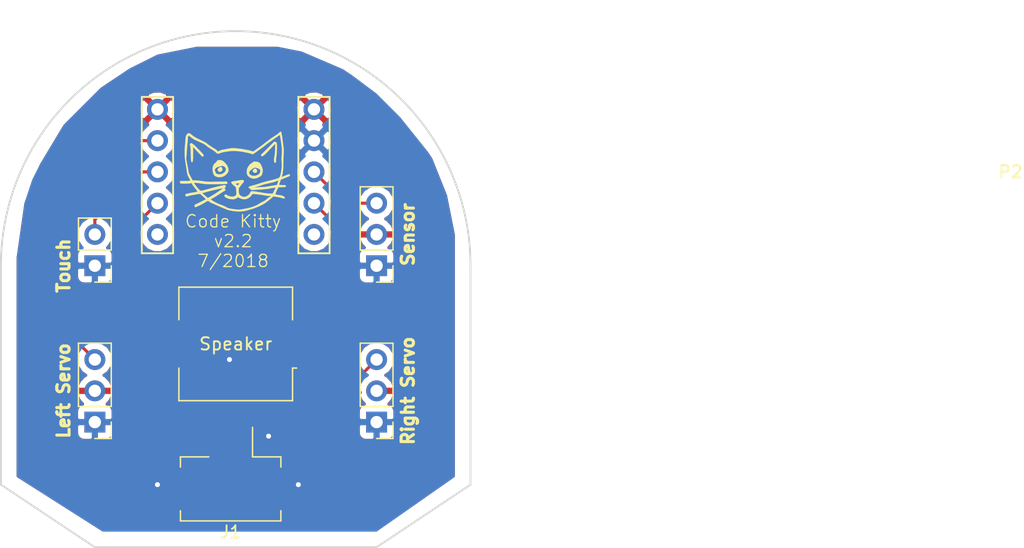
<source format=kicad_pcb>
(kicad_pcb (version 4) (host pcbnew 4.0.7)

  (general
    (links 18)
    (no_connects 0)
    (area 137.084999 107.874999 175.335001 149.935001)
    (thickness 1.6)
    (drawings 11)
    (tracks 31)
    (zones 0)
    (modules 8)
    (nets 8)
  )

  (page A4)
  (layers
    (0 F.Cu signal)
    (31 B.Cu signal hide)
    (32 B.Adhes user)
    (33 F.Adhes user)
    (34 B.Paste user)
    (35 F.Paste user)
    (36 B.SilkS user)
    (37 F.SilkS user)
    (38 B.Mask user)
    (39 F.Mask user)
    (40 Dwgs.User user)
    (41 Cmts.User user)
    (42 Eco1.User user)
    (43 Eco2.User user)
    (44 Edge.Cuts user)
    (45 Margin user)
    (46 B.CrtYd user)
    (47 F.CrtYd user)
    (48 B.Fab user)
    (49 F.Fab user)
  )

  (setup
    (last_trace_width 0.25)
    (user_trace_width 0.5)
    (trace_clearance 0.2)
    (zone_clearance 0.508)
    (zone_45_only no)
    (trace_min 0.2)
    (segment_width 0.2)
    (edge_width 0.15)
    (via_size 0.6)
    (via_drill 0.4)
    (via_min_size 0.4)
    (via_min_drill 0.3)
    (uvia_size 0.3)
    (uvia_drill 0.1)
    (uvias_allowed no)
    (uvia_min_size 0.2)
    (uvia_min_drill 0.1)
    (pcb_text_width 0.3)
    (pcb_text_size 1.5 1.5)
    (mod_edge_width 0.15)
    (mod_text_size 1 1)
    (mod_text_width 0.15)
    (pad_size 1.6 3)
    (pad_drill 0)
    (pad_to_mask_clearance 0.0508)
    (aux_axis_origin 0 0)
    (visible_elements 7FFFF7FF)
    (pcbplotparams
      (layerselection 0x00030_80000001)
      (usegerberextensions false)
      (excludeedgelayer true)
      (linewidth 0.100000)
      (plotframeref false)
      (viasonmask false)
      (mode 1)
      (useauxorigin false)
      (hpglpennumber 1)
      (hpglpenspeed 20)
      (hpglpendiameter 15)
      (hpglpenoverlay 2)
      (psnegative false)
      (psa4output false)
      (plotreference true)
      (plotvalue true)
      (plotinvisibletext false)
      (padsonsilk false)
      (subtractmaskfromsilk false)
      (outputformat 1)
      (mirror false)
      (drillshape 0)
      (scaleselection 1)
      (outputdirectory ./))
  )

  (net 0 "")
  (net 1 VCC)
  (net 2 GND)
  (net 3 Touch)
  (net 4 LSERVO)
  (net 5 BUZZ)
  (net 6 RSERVO)
  (net 7 SENS)

  (net_class Default "This is the default net class."
    (clearance 0.2)
    (trace_width 0.25)
    (via_dia 0.6)
    (via_drill 0.4)
    (uvia_dia 0.3)
    (uvia_drill 0.1)
    (add_net BUZZ)
    (add_net GND)
    (add_net LSERVO)
    (add_net RSERVO)
    (add_net SENS)
    (add_net Touch)
    (add_net VCC)
  )

  (module Buzzers_Beepers:Buzzer_Murata_PKMCS0909E4000-R1 (layer F.Cu) (tedit 5B3BAADE) (tstamp 5B1B89F4)
    (at 156.21 133.35 180)
    (descr "Murata Buzzer http://www.murata.com/en-us/api/pdfdownloadapi?cate=&partno=PKMCS0909E4000-R1")
    (tags "Murata Buzzer Beeper")
    (path /5B1A78C6)
    (attr smd)
    (fp_text reference Speaker (at 0 0 180) (layer F.SilkS)
      (effects (font (size 1 1) (thickness 0.15)))
    )
    (fp_text value PIEZO (at 0 5.5 180) (layer F.Fab) hide
      (effects (font (size 1 1) (thickness 0.15)))
    )
    (fp_line (start 5.25 1.95) (end 5.25 -1.95) (layer F.CrtYd) (width 0.05))
    (fp_line (start 4.75 1.95) (end 5.25 1.95) (layer F.CrtYd) (width 0.05))
    (fp_text user Speaker (at 0 0 180) (layer F.Fab)
      (effects (font (size 1 1) (thickness 0.15)))
    )
    (fp_line (start -4.5 -3.5) (end -3.5 -4.5) (layer F.Fab) (width 0.1))
    (fp_line (start -4.61 -1.96) (end -4.94 -1.96) (layer F.SilkS) (width 0.12))
    (fp_line (start -4.61 4.61) (end -4.61 1.96) (layer F.SilkS) (width 0.12))
    (fp_line (start 4.61 4.61) (end -4.61 4.61) (layer F.SilkS) (width 0.12))
    (fp_line (start 4.61 1.96) (end 4.61 4.61) (layer F.SilkS) (width 0.12))
    (fp_line (start 4.61 -4.61) (end 4.61 -1.96) (layer F.SilkS) (width 0.12))
    (fp_line (start -4.61 -4.61) (end 4.61 -4.61) (layer F.SilkS) (width 0.12))
    (fp_line (start -4.61 -1.96) (end -4.61 -4.61) (layer F.SilkS) (width 0.12))
    (fp_line (start 4.75 4.75) (end -4.75 4.75) (layer F.CrtYd) (width 0.05))
    (fp_line (start -4.75 -4.75) (end 4.75 -4.75) (layer F.CrtYd) (width 0.05))
    (fp_line (start 4.5 4.5) (end -4.5 4.5) (layer F.Fab) (width 0.1))
    (fp_line (start 4.5 -4.5) (end 4.5 4.5) (layer F.Fab) (width 0.1))
    (fp_line (start -3.5 -4.5) (end 4.5 -4.5) (layer F.Fab) (width 0.1))
    (fp_line (start 4.75 4.75) (end 4.75 1.95) (layer F.CrtYd) (width 0.05))
    (fp_line (start -4.5 4.5) (end -4.5 -3.5) (layer F.Fab) (width 0.1))
    (fp_line (start 4.75 -1.95) (end 4.75 -4.75) (layer F.CrtYd) (width 0.05))
    (fp_line (start 4.75 -1.95) (end 5.25 -1.95) (layer F.CrtYd) (width 0.05))
    (fp_line (start -4.75 -1.95) (end -4.75 -4.75) (layer F.CrtYd) (width 0.05))
    (fp_line (start -4.75 -1.95) (end -5.25 -1.95) (layer F.CrtYd) (width 0.05))
    (fp_line (start -5.25 1.95) (end -5.25 -1.95) (layer F.CrtYd) (width 0.05))
    (fp_line (start -4.75 1.95) (end -5.25 1.95) (layer F.CrtYd) (width 0.05))
    (fp_line (start -4.75 4.75) (end -4.75 1.95) (layer F.CrtYd) (width 0.05))
    (pad 1 smd rect (at -4.35 0 180) (size 1.3 3.4) (layers F.Cu F.Paste F.Mask)
      (net 5 BUZZ))
    (pad 2 smd rect (at 4.35 0 180) (size 1.3 3.4) (layers F.Cu F.Paste F.Mask)
      (net 2 GND))
    (model ${KISYS3DMOD}/Buzzers_Beepers.3dshapes/Buzzer_Murata_PKMCS0909E4000-R1.wrl
      (at (xyz 0 0 0))
      (scale (xyz 1 1 1))
      (rotate (xyz 0 0 0))
    )
  )

  (module Trinket-m0:Trinket-m0 (layer F.Cu) (tedit 5B37EE92) (tstamp 5B1B89D3)
    (at 148.59 105.67)
    (path /5B1A46EE)
    (fp_text reference m1 (at 7.62 25.14) (layer F.SilkS) hide
      (effects (font (size 1 1) (thickness 0.15)))
    )
    (fp_text value Trinket-m0 (at 7.62 7.62) (layer F.Fab)
      (effects (font (size 1 1) (thickness 0.15)))
    )
    (fp_line (start 12.7 7.62) (end 15.24 7.62) (layer F.SilkS) (width 0.15))
    (fp_line (start 15.24 7.62) (end 15.24 20.32) (layer F.SilkS) (width 0.15))
    (fp_line (start 15.24 20.32) (end 12.7 20.32) (layer F.SilkS) (width 0.15))
    (fp_line (start 12.7 20.32) (end 12.7 7.62) (layer F.SilkS) (width 0.15))
    (fp_line (start 0 7.62) (end 2.54 7.62) (layer F.SilkS) (width 0.15))
    (fp_line (start 2.54 7.62) (end 2.54 20.32) (layer F.SilkS) (width 0.15))
    (fp_line (start 2.54 20.32) (end 0 20.32) (layer F.SilkS) (width 0.15))
    (fp_line (start 0 20.32) (end 0 7.62) (layer F.SilkS) (width 0.15))
    (pad 6 thru_hole circle (at 1.27 8.63) (size 1.7 1.7) (drill 1) (layers *.Cu *.Mask)
      (net 1 VCC))
    (pad 7 thru_hole circle (at 1.27 11.17) (size 1.7 1.7) (drill 1) (layers *.Cu *.Mask)
      (net 4 LSERVO))
    (pad 8 thru_hole circle (at 1.27 13.71) (size 1.7 1.7) (drill 1) (layers *.Cu *.Mask)
      (net 3 Touch))
    (pad 9 thru_hole circle (at 1.27 16.25) (size 1.7 1.7) (drill 1) (layers *.Cu *.Mask)
      (net 6 RSERVO))
    (pad 10 thru_hole circle (at 1.27 18.79) (size 1.7 1.7) (drill 1) (layers *.Cu *.Mask))
    (pad 1 thru_hole circle (at 13.97 8.63) (size 1.7 1.7) (drill 1) (layers *.Cu *.Mask)
      (net 1 VCC))
    (pad 2 thru_hole circle (at 13.97 11.17) (size 1.7 1.7) (drill 1) (layers *.Cu *.Mask)
      (net 2 GND))
    (pad 3 thru_hole circle (at 13.97 13.71) (size 1.7 1.7) (drill 1) (layers *.Cu *.Mask)
      (net 7 SENS))
    (pad 4 thru_hole circle (at 13.97 16.25) (size 1.7 1.7) (drill 1) (layers *.Cu *.Mask)
      (net 5 BUZZ))
    (pad 5 thru_hole circle (at 13.97 18.79) (size 1.7 1.7) (drill 1) (layers *.Cu *.Mask))
  )

  (module Pin_Headers:Pin_Header_Straight_1x02_Pitch2.54mm (layer F.Cu) (tedit 5B3BAA75) (tstamp 5B1B89BD)
    (at 144.78 127 180)
    (descr "Through hole straight pin header, 1x02, 2.54mm pitch, single row")
    (tags "Through hole pin header THT 1x02 2.54mm single row")
    (path /5B1AB1F8)
    (fp_text reference P4 (at 0 -2.33 180) (layer F.SilkS) hide
      (effects (font (size 1 1) (thickness 0.15)))
    )
    (fp_text value Touch (at 2.57048 1.22936 270) (layer F.Fab) hide
      (effects (font (size 1 1) (thickness 0.15)))
    )
    (fp_line (start -0.635 -1.27) (end 1.27 -1.27) (layer F.Fab) (width 0.1))
    (fp_line (start 1.27 -1.27) (end 1.27 3.81) (layer F.Fab) (width 0.1))
    (fp_line (start 1.27 3.81) (end -1.27 3.81) (layer F.Fab) (width 0.1))
    (fp_line (start -1.27 3.81) (end -1.27 -0.635) (layer F.Fab) (width 0.1))
    (fp_line (start -1.27 -0.635) (end -0.635 -1.27) (layer F.Fab) (width 0.1))
    (fp_line (start -1.33 3.87) (end 1.33 3.87) (layer F.SilkS) (width 0.12))
    (fp_line (start -1.33 1.27) (end -1.33 3.87) (layer F.SilkS) (width 0.12))
    (fp_line (start 1.33 1.27) (end 1.33 3.87) (layer F.SilkS) (width 0.12))
    (fp_line (start -1.33 1.27) (end 1.33 1.27) (layer F.SilkS) (width 0.12))
    (fp_line (start -1.33 0) (end -1.33 -1.33) (layer F.SilkS) (width 0.12))
    (fp_line (start -1.33 -1.33) (end 0 -1.33) (layer F.SilkS) (width 0.12))
    (fp_line (start -1.8 -1.8) (end -1.8 4.35) (layer F.CrtYd) (width 0.05))
    (fp_line (start -1.8 4.35) (end 1.8 4.35) (layer F.CrtYd) (width 0.05))
    (fp_line (start 1.8 4.35) (end 1.8 -1.8) (layer F.CrtYd) (width 0.05))
    (fp_line (start 1.8 -1.8) (end -1.8 -1.8) (layer F.CrtYd) (width 0.05))
    (fp_text user %R (at 0 1.27 270) (layer F.Fab)
      (effects (font (size 1 1) (thickness 0.15)))
    )
    (pad 1 thru_hole rect (at 0 0 180) (size 1.7 1.7) (drill 1) (layers *.Cu *.Mask)
      (net 2 GND))
    (pad 2 thru_hole oval (at 0 2.54 180) (size 1.7 1.7) (drill 1) (layers *.Cu *.Mask)
      (net 3 Touch))
    (model ${KISYS3DMOD}/Pin_Headers.3dshapes/Pin_Header_Straight_1x02_Pitch2.54mm.wrl
      (at (xyz 0 0 0))
      (scale (xyz 1 1 1))
      (rotate (xyz 0 0 0))
    )
  )

  (module Pin_Headers:Pin_Header_Straight_1x03_Pitch2.54mm (layer F.Cu) (tedit 5B3BAA85) (tstamp 5B1B89DA)
    (at 144.78 139.7 180)
    (descr "Through hole straight pin header, 1x03, 2.54mm pitch, single row")
    (tags "Through hole pin header THT 1x03 2.54mm single row")
    (path /5B1A78BE)
    (fp_text reference P1 (at 0 -2.33 180) (layer F.SilkS) hide
      (effects (font (size 1 1) (thickness 0.15)))
    )
    (fp_text value "Left Servo" (at 2.794 2.7432 270) (layer F.Fab) hide
      (effects (font (size 1 1) (thickness 0.15)))
    )
    (fp_line (start -0.635 -1.27) (end 1.27 -1.27) (layer F.Fab) (width 0.1))
    (fp_line (start 1.27 -1.27) (end 1.27 6.35) (layer F.Fab) (width 0.1))
    (fp_line (start 1.27 6.35) (end -1.27 6.35) (layer F.Fab) (width 0.1))
    (fp_line (start -1.27 6.35) (end -1.27 -0.635) (layer F.Fab) (width 0.1))
    (fp_line (start -1.27 -0.635) (end -0.635 -1.27) (layer F.Fab) (width 0.1))
    (fp_line (start -1.33 6.41) (end 1.33 6.41) (layer F.SilkS) (width 0.12))
    (fp_line (start -1.33 1.27) (end -1.33 6.41) (layer F.SilkS) (width 0.12))
    (fp_line (start 1.33 1.27) (end 1.33 6.41) (layer F.SilkS) (width 0.12))
    (fp_line (start -1.33 1.27) (end 1.33 1.27) (layer F.SilkS) (width 0.12))
    (fp_line (start -1.33 0) (end -1.33 -1.33) (layer F.SilkS) (width 0.12))
    (fp_line (start -1.33 -1.33) (end 0 -1.33) (layer F.SilkS) (width 0.12))
    (fp_line (start -1.8 -1.8) (end -1.8 6.85) (layer F.CrtYd) (width 0.05))
    (fp_line (start -1.8 6.85) (end 1.8 6.85) (layer F.CrtYd) (width 0.05))
    (fp_line (start 1.8 6.85) (end 1.8 -1.8) (layer F.CrtYd) (width 0.05))
    (fp_line (start 1.8 -1.8) (end -1.8 -1.8) (layer F.CrtYd) (width 0.05))
    (fp_text user %R (at 0 2.54 270) (layer F.Fab)
      (effects (font (size 1 1) (thickness 0.15)))
    )
    (pad 1 thru_hole rect (at 0 0 180) (size 1.7 1.7) (drill 1) (layers *.Cu *.Mask)
      (net 2 GND))
    (pad 2 thru_hole oval (at 0 2.54 180) (size 1.7 1.7) (drill 1) (layers *.Cu *.Mask)
      (net 1 VCC))
    (pad 3 thru_hole oval (at 0 5.08 180) (size 1.7 1.7) (drill 1) (layers *.Cu *.Mask)
      (net 4 LSERVO))
    (model ${KISYS3DMOD}/Pin_Headers.3dshapes/Pin_Header_Straight_1x03_Pitch2.54mm.wrl
      (at (xyz 0 0 0))
      (scale (xyz 1 1 1))
      (rotate (xyz 0 0 0))
    )
  )

  (module Pin_Headers:Pin_Header_Straight_1x03_Pitch2.54mm (layer F.Cu) (tedit 5B2434BD) (tstamp 5B1B89E1)
    (at 167.64 139.7 180)
    (descr "Through hole straight pin header, 1x03, 2.54mm pitch, single row")
    (tags "Through hole pin header THT 1x03 2.54mm single row")
    (path /5B1A78BD)
    (fp_text reference P2 (at -51.435 20.32 180) (layer F.SilkS)
      (effects (font (size 1 1) (thickness 0.15)))
    )
    (fp_text value "Right Servo" (at -2.8702 2.68732 270) (layer F.Fab) hide
      (effects (font (size 1 1) (thickness 0.15)))
    )
    (fp_line (start -0.635 -1.27) (end 1.27 -1.27) (layer F.Fab) (width 0.1))
    (fp_line (start 1.27 -1.27) (end 1.27 6.35) (layer F.Fab) (width 0.1))
    (fp_line (start 1.27 6.35) (end -1.27 6.35) (layer F.Fab) (width 0.1))
    (fp_line (start -1.27 6.35) (end -1.27 -0.635) (layer F.Fab) (width 0.1))
    (fp_line (start -1.27 -0.635) (end -0.635 -1.27) (layer F.Fab) (width 0.1))
    (fp_line (start -1.33 6.41) (end 1.33 6.41) (layer F.SilkS) (width 0.12))
    (fp_line (start -1.33 1.27) (end -1.33 6.41) (layer F.SilkS) (width 0.12))
    (fp_line (start 1.33 1.27) (end 1.33 6.41) (layer F.SilkS) (width 0.12))
    (fp_line (start -1.33 1.27) (end 1.33 1.27) (layer F.SilkS) (width 0.12))
    (fp_line (start -1.33 0) (end -1.33 -1.33) (layer F.SilkS) (width 0.12))
    (fp_line (start -1.33 -1.33) (end 0 -1.33) (layer F.SilkS) (width 0.12))
    (fp_line (start -1.8 -1.8) (end -1.8 6.85) (layer F.CrtYd) (width 0.05))
    (fp_line (start -1.8 6.85) (end 1.8 6.85) (layer F.CrtYd) (width 0.05))
    (fp_line (start 1.8 6.85) (end 1.8 -1.8) (layer F.CrtYd) (width 0.05))
    (fp_line (start 1.8 -1.8) (end -1.8 -1.8) (layer F.CrtYd) (width 0.05))
    (fp_text user %R (at 0 2.54 270) (layer F.Fab)
      (effects (font (size 1 1) (thickness 0.15)))
    )
    (pad 1 thru_hole rect (at 0 0 180) (size 1.7 1.7) (drill 1) (layers *.Cu *.Mask)
      (net 2 GND))
    (pad 2 thru_hole oval (at 0 2.54 180) (size 1.7 1.7) (drill 1) (layers *.Cu *.Mask)
      (net 1 VCC))
    (pad 3 thru_hole oval (at 0 5.08 180) (size 1.7 1.7) (drill 1) (layers *.Cu *.Mask)
      (net 6 RSERVO))
    (model ${KISYS3DMOD}/Pin_Headers.3dshapes/Pin_Header_Straight_1x03_Pitch2.54mm.wrl
      (at (xyz 0 0 0))
      (scale (xyz 1 1 1))
      (rotate (xyz 0 0 0))
    )
  )

  (module Pin_Headers:Pin_Header_Straight_1x03_Pitch2.54mm (layer F.Cu) (tedit 5B3BAA65) (tstamp 5B1B89E8)
    (at 167.64 127 180)
    (descr "Through hole straight pin header, 1x03, 2.54mm pitch, single row")
    (tags "Through hole pin header THT 1x03 2.54mm single row")
    (path /5B1A78C8)
    (fp_text reference P3 (at 0 -2.33 180) (layer F.SilkS) hide
      (effects (font (size 1 1) (thickness 0.15)))
    )
    (fp_text value Sensor (at -2.62636 2.40284 270) (layer F.Fab) hide
      (effects (font (size 1 1) (thickness 0.15)))
    )
    (fp_line (start -0.635 -1.27) (end 1.27 -1.27) (layer F.Fab) (width 0.1))
    (fp_line (start 1.27 -1.27) (end 1.27 6.35) (layer F.Fab) (width 0.1))
    (fp_line (start 1.27 6.35) (end -1.27 6.35) (layer F.Fab) (width 0.1))
    (fp_line (start -1.27 6.35) (end -1.27 -0.635) (layer F.Fab) (width 0.1))
    (fp_line (start -1.27 -0.635) (end -0.635 -1.27) (layer F.Fab) (width 0.1))
    (fp_line (start -1.33 6.41) (end 1.33 6.41) (layer F.SilkS) (width 0.12))
    (fp_line (start -1.33 1.27) (end -1.33 6.41) (layer F.SilkS) (width 0.12))
    (fp_line (start 1.33 1.27) (end 1.33 6.41) (layer F.SilkS) (width 0.12))
    (fp_line (start -1.33 1.27) (end 1.33 1.27) (layer F.SilkS) (width 0.12))
    (fp_line (start -1.33 0) (end -1.33 -1.33) (layer F.SilkS) (width 0.12))
    (fp_line (start -1.33 -1.33) (end 0 -1.33) (layer F.SilkS) (width 0.12))
    (fp_line (start -1.8 -1.8) (end -1.8 6.85) (layer F.CrtYd) (width 0.05))
    (fp_line (start -1.8 6.85) (end 1.8 6.85) (layer F.CrtYd) (width 0.05))
    (fp_line (start 1.8 6.85) (end 1.8 -1.8) (layer F.CrtYd) (width 0.05))
    (fp_line (start 1.8 -1.8) (end -1.8 -1.8) (layer F.CrtYd) (width 0.05))
    (fp_text user %R (at 0 2.54 270) (layer F.Fab)
      (effects (font (size 1 1) (thickness 0.15)))
    )
    (pad 1 thru_hole rect (at 0 0 180) (size 1.7 1.7) (drill 1) (layers *.Cu *.Mask)
      (net 2 GND))
    (pad 2 thru_hole oval (at 0 2.54 180) (size 1.7 1.7) (drill 1) (layers *.Cu *.Mask)
      (net 1 VCC))
    (pad 3 thru_hole oval (at 0 5.08 180) (size 1.7 1.7) (drill 1) (layers *.Cu *.Mask)
      (net 7 SENS))
    (model ${KISYS3DMOD}/Pin_Headers.3dshapes/Pin_Header_Straight_1x03_Pitch2.54mm.wrl
      (at (xyz 0 0 0))
      (scale (xyz 1 1 1))
      (rotate (xyz 0 0 0))
    )
  )

  (module nano-breakout-master:CKlogo (layer F.Cu) (tedit 0) (tstamp 5B1BBD8E)
    (at 156 119.38)
    (fp_text reference G*** (at 0 -2.54) (layer F.SilkS) hide
      (effects (font (thickness 0.3)))
    )
    (fp_text value LOGO (at 0.75 0) (layer F.SilkS) hide
      (effects (font (thickness 0.3)))
    )
    (fp_poly (pts (xy 3.878256 -3.26461) (xy 3.905344 -3.222853) (xy 3.929264 -3.142637) (xy 3.952685 -3.019892)
      (xy 3.977661 -2.854896) (xy 3.998058 -2.710008) (xy 4.017069 -2.571974) (xy 4.032931 -2.453808)
      (xy 4.04388 -2.368524) (xy 4.046151 -2.3495) (xy 4.057284 -2.260071) (xy 4.072811 -2.144452)
      (xy 4.089497 -2.026679) (xy 4.090578 -2.0193) (xy 4.105684 -1.855219) (xy 4.108013 -1.672173)
      (xy 4.103551 -1.5748) (xy 4.098205 -1.475482) (xy 4.092982 -1.337184) (xy 4.088211 -1.171726)
      (xy 4.084223 -0.990927) (xy 4.081349 -0.806607) (xy 4.080849 -0.762) (xy 4.072954 -0.442386)
      (xy 4.056192 -0.17098) (xy 4.030364 0.054064) (xy 3.995267 0.234592) (xy 3.959973 0.349282)
      (xy 3.947943 0.393648) (xy 3.96226 0.401651) (xy 3.968276 0.399625) (xy 4.003676 0.385749)
      (xy 4.075614 0.357507) (xy 4.173347 0.319117) (xy 4.277224 0.2783) (xy 4.395466 0.232328)
      (xy 4.475565 0.203531) (xy 4.526518 0.190157) (xy 4.557326 0.190458) (xy 4.576986 0.202682)
      (xy 4.589108 0.217633) (xy 4.616523 0.278021) (xy 4.597537 0.32566) (xy 4.530097 0.365112)
      (xy 4.5212 0.36856) (xy 4.46169 0.391701) (xy 4.368771 0.428678) (xy 4.256035 0.474054)
      (xy 4.156858 0.514318) (xy 3.881416 0.626606) (xy 3.807608 0.810312) (xy 3.772338 0.902445)
      (xy 3.746243 0.978897) (xy 3.734125 1.025398) (xy 3.7338 1.02955) (xy 3.74482 1.046236)
      (xy 3.782754 1.057974) (xy 3.854908 1.06591) (xy 3.968592 1.071186) (xy 4.00685 1.07229)
      (xy 4.12747 1.076036) (xy 4.206495 1.081047) (xy 4.253125 1.089426) (xy 4.276558 1.10328)
      (xy 4.285992 1.12471) (xy 4.288011 1.136609) (xy 4.282257 1.178898) (xy 4.247653 1.209374)
      (xy 4.17893 1.229501) (xy 4.070818 1.240744) (xy 3.918049 1.244569) (xy 3.899624 1.2446)
      (xy 3.78217 1.245046) (xy 3.706917 1.247648) (xy 3.665268 1.254303) (xy 3.648625 1.266907)
      (xy 3.648388 1.287356) (xy 3.651279 1.299371) (xy 3.65396 1.3368) (xy 3.640851 1.338846)
      (xy 3.62193 1.354483) (xy 3.589776 1.408635) (xy 3.549206 1.492337) (xy 3.513129 1.576513)
      (xy 3.467642 1.685969) (xy 3.440196 1.760693) (xy 3.436301 1.808401) (xy 3.461466 1.836811)
      (xy 3.521201 1.853637) (xy 3.621016 1.866596) (xy 3.729004 1.878836) (xy 3.838925 1.895847)
      (xy 3.939219 1.918185) (xy 4.011323 1.941569) (xy 4.021104 1.94619) (xy 4.086771 1.97992)
      (xy 4.137397 2.005086) (xy 4.1402 2.00642) (xy 4.171061 2.042924) (xy 4.186697 2.095444)
      (xy 4.18948 2.137862) (xy 4.176274 2.156558) (xy 4.134716 2.157567) (xy 4.074959 2.149999)
      (xy 3.997254 2.135225) (xy 3.939251 2.116846) (xy 3.924962 2.10875) (xy 3.88876 2.095301)
      (xy 3.813829 2.078051) (xy 3.711858 2.059425) (xy 3.617786 2.045038) (xy 3.50125 2.028061)
      (xy 3.400971 2.012311) (xy 3.329152 1.999772) (xy 3.300485 1.993419) (xy 3.256663 2.002254)
      (xy 3.203431 2.042598) (xy 3.198699 2.047576) (xy 3.147814 2.0961) (xy 3.066338 2.166586)
      (xy 2.96453 2.250798) (xy 2.852649 2.340499) (xy 2.740953 2.427454) (xy 2.639702 2.503426)
      (xy 2.5654 2.555999) (xy 2.464118 2.616701) (xy 2.327633 2.68794) (xy 2.168833 2.763898)
      (xy 2.000609 2.838755) (xy 1.835852 2.90669) (xy 1.68745 2.961884) (xy 1.612682 2.986147)
      (xy 1.477295 3.026797) (xy 1.321941 3.073526) (xy 1.175282 3.11771) (xy 1.143 3.127449)
      (xy 0.839912 3.193673) (xy 0.510745 3.217692) (xy 0.157786 3.199443) (xy -0.1016 3.161598)
      (xy -0.23315 3.135941) (xy -0.351318 3.109796) (xy -0.444658 3.085911) (xy -0.501724 3.067036)
      (xy -0.508 3.063981) (xy -0.558539 3.039718) (xy -0.642731 3.003084) (xy -0.746826 2.959962)
      (xy -0.8128 2.933547) (xy -0.946839 2.878509) (xy -1.101014 2.812) (xy -1.249932 2.745075)
      (xy -1.3081 2.717941) (xy -1.423358 2.66482) (xy -1.53278 2.616961) (xy -1.621629 2.580679)
      (xy -1.6637 2.565549) (xy -1.742399 2.532092) (xy -1.835332 2.480653) (xy -1.891902 2.443597)
      (xy -1.962977 2.395987) (xy -2.019139 2.363499) (xy -2.044302 2.353969) (xy -2.078233 2.366613)
      (xy -2.140216 2.399211) (xy -2.202687 2.436111) (xy -2.393778 2.550472) (xy -2.558344 2.641384)
      (xy -2.6416 2.683059) (xy -2.789327 2.752785) (xy -2.898198 2.802943) (xy -2.975087 2.836085)
      (xy -3.026869 2.854764) (xy -3.060419 2.861534) (xy -3.08261 2.858946) (xy -3.096572 2.852002)
      (xy -3.126112 2.809797) (xy -3.1369 2.753131) (xy -3.131562 2.710655) (xy -3.108626 2.677626)
      (xy -3.057711 2.644149) (xy -2.9845 2.607864) (xy -2.806162 2.522908) (xy -2.641278 2.442653)
      (xy -2.497548 2.370956) (xy -2.382671 2.311669) (xy -2.304348 2.268649) (xy -2.29119 2.260769)
      (xy -2.207479 2.209135) (xy -2.31659 2.113293) (xy -2.396097 2.041902) (xy -2.48844 1.956775)
      (xy -2.5527 1.896228) (xy -2.625625 1.83046) (xy -2.677994 1.79567) (xy -2.722954 1.784825)
      (xy -2.7559 1.787521) (xy -2.998617 1.828045) (xy -3.196677 1.862648) (xy -3.355737 1.892422)
      (xy -3.481456 1.918456) (xy -3.579491 1.94184) (xy -3.631166 1.956171) (xy -3.719912 1.981227)
      (xy -3.774422 1.991075) (xy -3.808791 1.986149) (xy -3.837114 1.966886) (xy -3.841834 1.962677)
      (xy -3.876237 1.906326) (xy -3.8742 1.846394) (xy -3.836531 1.802967) (xy -3.8354 1.802395)
      (xy -3.779145 1.78273) (xy -3.68314 1.757857) (xy -3.557885 1.73004) (xy -3.54146 1.72679)
      (xy -2.48415 1.72679) (xy -2.4608 1.755984) (xy -2.408835 1.807546) (xy -2.338071 1.872899)
      (xy -2.258326 1.943465) (xy -2.179416 2.010667) (xy -2.111157 2.065928) (xy -2.063367 2.100671)
      (xy -2.047619 2.1082) (xy -2.015442 2.09573) (xy -1.949389 2.06171) (xy -1.858843 2.011216)
      (xy -1.753189 1.94933) (xy -1.744593 1.944176) (xy -1.625868 1.872004) (xy -1.510271 1.800232)
      (xy -1.411816 1.737645) (xy -1.349584 1.696526) (xy -1.272126 1.643558) (xy -1.170317 1.574159)
      (xy -1.06186 1.50039) (xy -1.021817 1.4732) (xy -0.938648 1.41385) (xy -0.878771 1.365375)
      (xy -0.849428 1.334013) (xy -0.850546 1.32566) (xy -0.884024 1.329197) (xy -0.958685 1.343165)
      (xy -1.066429 1.365673) (xy -1.199157 1.394828) (xy -1.348768 1.428739) (xy -1.507164 1.465514)
      (xy -1.666244 1.503261) (xy -1.817908 1.540087) (xy -1.954057 1.574103) (xy -2.066592 1.603414)
      (xy -2.147412 1.626131) (xy -2.175254 1.635072) (xy -2.268711 1.662938) (xy -2.369209 1.685863)
      (xy -2.382885 1.688303) (xy -2.446996 1.703486) (xy -2.48185 1.720356) (xy -2.48415 1.72679)
      (xy -3.54146 1.72679) (xy -3.413878 1.701546) (xy -3.261618 1.67464) (xy -3.190775 1.663277)
      (xy -3.080494 1.644869) (xy -2.987288 1.626825) (xy -2.923869 1.611736) (xy -2.905187 1.605059)
      (xy -2.898888 1.585588) (xy -2.918136 1.54438) (xy -2.965872 1.476872) (xy -3.045039 1.3785)
      (xy -3.072192 1.346047) (xy -3.155539 1.243674) (xy -3.230494 1.145529) (xy -3.28849 1.063211)
      (xy -3.31968 1.011056) (xy -3.3655 0.915679) (xy -3.5433 0.934089) (xy -3.648197 0.942104)
      (xy -3.782327 0.948353) (xy -3.924132 0.95196) (xy -3.995106 0.9525) (xy -4.123554 0.950978)
      (xy -4.209754 0.945692) (xy -4.262185 0.935556) (xy -4.289329 0.919486) (xy -4.293167 0.9144)
      (xy -4.3144 0.853772) (xy -4.313561 0.790541) (xy -4.291186 0.748509) (xy -4.289398 0.74732)
      (xy -4.25431 0.740973) (xy -4.179096 0.736376) (xy -4.074414 0.733925) (xy -3.950919 0.734016)
      (xy -3.936188 0.734205) (xy -3.806714 0.734669) (xy -3.690428 0.732606) (xy -3.599621 0.7284)
      (xy -3.546586 0.722431) (xy -3.544915 0.722035) (xy -3.508041 0.707208) (xy -3.492341 0.681415)
      (xy -3.499446 0.637364) (xy -3.530985 0.56776) (xy -3.588589 0.46531) (xy -3.610601 0.42808)
      (xy -3.649482 0.359973) (xy -3.679088 0.298147) (xy -3.702473 0.231785) (xy -3.722695 0.15007)
      (xy -3.742808 0.042187) (xy -3.76587 -0.10268) (xy -3.772072 -0.14342) (xy -3.798691 -0.317985)
      (xy -3.828279 -0.510242) (xy -3.857543 -0.698889) (xy -3.883188 -0.862623) (xy -3.887355 -0.889)
      (xy -3.910366 -1.078125) (xy -3.798874 -1.078125) (xy -3.787204 -0.965591) (xy -3.76216 -0.810386)
      (xy -3.723333 -0.609548) (xy -3.720569 -0.596045) (xy -3.689755 -0.442252) (xy -3.662048 -0.297108)
      (xy -3.639414 -0.171442) (xy -3.623816 -0.076084) (xy -3.61776 -0.029299) (xy -3.59842 0.061946)
      (xy -3.560329 0.167281) (xy -3.530765 0.2286) (xy -3.476304 0.329833) (xy -3.414665 0.446522)
      (xy -3.372806 0.52705) (xy -3.291097 0.6858) (xy -3.092301 0.6858) (xy -2.997137 0.689753)
      (xy -2.865981 0.700652) (xy -2.712942 0.717057) (xy -2.552131 0.737525) (xy -2.469102 0.749449)
      (xy -2.343852 0.767914) (xy -2.23791 0.78218) (xy -2.142464 0.792566) (xy -2.048702 0.799393)
      (xy -1.947811 0.802982) (xy -1.830979 0.803655) (xy -1.689394 0.80173) (xy -1.514243 0.79753)
      (xy -1.3081 0.791706) (xy -1.117985 0.786599) (xy -0.943108 0.78269) (xy -0.790279 0.78007)
      (xy -0.666308 0.778828) (xy -0.578006 0.779053) (xy -0.532182 0.780836) (xy -0.528501 0.78144)
      (xy -0.494138 0.812049) (xy -0.469515 0.869164) (xy -0.461499 0.929391) (xy -0.474074 0.966833)
      (xy -0.50405 0.972644) (xy -0.578485 0.978634) (xy -0.691042 0.98454) (xy -0.83538 0.990095)
      (xy -1.005161 0.995037) (xy -1.194048 0.999101) (xy -1.283094 1.000566) (xy -1.538326 1.003672)
      (xy -1.752167 1.004315) (xy -1.933992 1.001953) (xy -2.093173 0.996041) (xy -2.239083 0.986035)
      (xy -2.381096 0.971392) (xy -2.528586 0.951569) (xy -2.690925 0.926021) (xy -2.7559 0.915132)
      (xy -2.868359 0.900254) (xy -2.986927 0.890843) (xy -3.04423 0.889147) (xy -3.180159 0.889)
      (xy -3.12043 0.9895) (xy -3.064257 1.073938) (xy -2.989327 1.172987) (xy -2.905003 1.275701)
      (xy -2.820648 1.371131) (xy -2.745626 1.448331) (xy -2.689301 1.496354) (xy -2.683914 1.499838)
      (xy -2.658955 1.514535) (xy -2.634496 1.524627) (xy -2.604495 1.529018) (xy -2.56291 1.526615)
      (xy -2.503697 1.516323) (xy -2.420814 1.497047) (xy -2.308218 1.467692) (xy -2.159866 1.427164)
      (xy -1.969716 1.374369) (xy -1.929609 1.363207) (xy -1.759435 1.316721) (xy -1.576257 1.268138)
      (xy -1.398284 1.2222) (xy -1.243724 1.183645) (xy -1.193009 1.171465) (xy -1.008568 1.128886)
      (xy -0.867266 1.099424) (xy -0.763198 1.082945) (xy -0.690462 1.07932) (xy -0.643153 1.088416)
      (xy -0.615369 1.110103) (xy -0.601204 1.144249) (xy -0.59851 1.158242) (xy -0.606077 1.235201)
      (xy -0.654048 1.283517) (xy -0.718444 1.29769) (xy -0.8001 1.299981) (xy -0.71755 1.323817)
      (xy -0.661078 1.3468) (xy -0.638538 1.383943) (xy -0.635 1.436454) (xy -0.642829 1.50205)
      (xy -0.673882 1.537805) (xy -0.701174 1.550416) (xy -0.74534 1.573003) (xy -0.822312 1.618213)
      (xy -0.922734 1.680326) (xy -1.037251 1.753625) (xy -1.088524 1.787177) (xy -1.220529 1.872862)
      (xy -1.356308 1.958802) (xy -1.481632 2.036125) (xy -1.582274 2.095961) (xy -1.6002 2.106185)
      (xy -1.689172 2.157268) (xy -1.761265 2.200366) (xy -1.804806 2.228438) (xy -1.811253 2.233519)
      (xy -1.798654 2.252391) (xy -1.749071 2.288789) (xy -1.671148 2.337904) (xy -1.573528 2.394927)
      (xy -1.464854 2.455049) (xy -1.35377 2.513462) (xy -1.248918 2.565355) (xy -1.158942 2.605921)
      (xy -1.1049 2.626522) (xy -1.025577 2.654643) (xy -0.92821 2.692082) (xy -0.824648 2.733899)
      (xy -0.726738 2.775153) (xy -0.646327 2.810903) (xy -0.595262 2.836207) (xy -0.584129 2.843714)
      (xy -0.507949 2.89703) (xy -0.386473 2.944108) (xy -0.225 2.983281) (xy -0.058174 3.009375)
      (xy 0.06748 3.025029) (xy 0.181453 3.039281) (xy 0.270343 3.050454) (xy 0.3175 3.056446)
      (xy 0.387157 3.059924) (xy 0.482603 3.058085) (xy 0.584939 3.05206) (xy 0.675267 3.04298)
      (xy 0.734691 3.031976) (xy 0.7366 3.031366) (xy 0.777435 3.022173) (xy 0.855121 3.008078)
      (xy 0.956232 2.991448) (xy 1.011966 2.982832) (xy 1.172549 2.951801) (xy 1.352111 2.906017)
      (xy 1.53701 2.849956) (xy 1.713604 2.788088) (xy 1.86825 2.724887) (xy 1.987307 2.664825)
      (xy 1.9939 2.660888) (xy 2.041052 2.632141) (xy 2.115139 2.586761) (xy 2.1971 2.536429)
      (xy 2.29165 2.481338) (xy 2.385399 2.43162) (xy 2.449141 2.401923) (xy 2.565999 2.337503)
      (xy 2.707674 2.229986) (xy 2.827505 2.123489) (xy 2.877915 2.08358) (xy 2.913962 2.06778)
      (xy 2.919063 2.068903) (xy 2.94792 2.060775) (xy 2.992078 2.024591) (xy 2.997935 2.018517)
      (xy 3.056855 1.9558) (xy 2.969877 1.952792) (xy 2.904667 1.951792) (xy 2.862965 1.953405)
      (xy 2.861204 1.953673) (xy 2.829707 1.950961) (xy 2.757548 1.940887) (xy 2.654103 1.924873)
      (xy 2.528745 1.90434) (xy 2.467504 1.893975) (xy 2.318257 1.869653) (xy 2.170071 1.847584)
      (xy 2.03804 1.829881) (xy 1.937259 1.81866) (xy 1.919357 1.817163) (xy 1.815889 1.808041)
      (xy 1.720821 1.797372) (xy 1.660887 1.788496) (xy 1.607457 1.78334) (xy 1.570147 1.799692)
      (xy 1.531918 1.847482) (xy 1.515237 1.873362) (xy 1.398219 2.01423) (xy 1.248609 2.125757)
      (xy 1.079089 2.199905) (xy 0.961037 2.224631) (xy 0.817006 2.221195) (xy 0.661283 2.184091)
      (xy 0.514249 2.119049) (xy 0.457734 2.08318) (xy 0.40887 2.054391) (xy 0.382498 2.050545)
      (xy 0.381 2.054599) (xy 0.359444 2.084731) (xy 0.304226 2.124206) (xy 0.229517 2.165263)
      (xy 0.14949 2.200144) (xy 0.078318 2.22109) (xy 0.0762 2.221468) (xy -0.04226 2.227725)
      (xy -0.186126 2.214324) (xy -0.335564 2.184711) (xy -0.470738 2.14233) (xy -0.528801 2.116393)
      (xy -0.627992 2.059515) (xy -0.685334 2.009158) (xy -0.707506 1.95682) (xy -0.701757 1.896231)
      (xy -0.668278 1.843427) (xy -0.60986 1.828667) (xy -0.535512 1.852202) (xy -0.480659 1.890036)
      (xy -0.395171 1.939453) (xy -0.27657 1.978279) (xy -0.142203 2.001781) (xy -0.053341 2.0066)
      (xy 0.080258 1.991885) (xy 0.176292 1.946334) (xy 0.239097 1.867837) (xy 0.241405 1.86309)
      (xy 0.259971 1.817811) (xy 0.269778 1.770922) (xy 0.271154 1.710099) (xy 0.264424 1.623015)
      (xy 0.25089 1.505294) (xy 0.21806 1.236672) (xy 0.033717 1.081886) (xy -0.074345 0.983714)
      (xy -0.095298 0.957956) (xy 0.2032 0.957956) (xy 0.213112 0.978168) (xy 0.249072 1.014781)
      (xy 0.295863 1.054569) (xy 0.338266 1.084309) (xy 0.357522 1.092073) (xy 0.383076 1.075276)
      (xy 0.423593 1.03505) (xy 0.479075 0.969689) (xy 0.495699 0.933483) (xy 0.470111 0.920333)
      (xy 0.398962 0.924143) (xy 0.364798 0.928096) (xy 0.282988 0.93963) (xy 0.223786 0.95098)
      (xy 0.2032 0.957956) (xy -0.095298 0.957956) (xy -0.137088 0.906583) (xy -0.154043 0.847678)
      (xy -0.124741 0.804182) (xy -0.048714 0.773282) (xy 0.074507 0.752161) (xy 0.0889 0.750538)
      (xy 0.198252 0.736074) (xy 0.325585 0.715591) (xy 0.4191 0.698245) (xy 0.528623 0.678528)
      (xy 0.636632 0.662754) (xy 0.710324 0.655127) (xy 0.782979 0.653903) (xy 0.823917 0.668039)
      (xy 0.851702 0.705642) (xy 0.85895 0.720032) (xy 0.878157 0.768351) (xy 0.873202 0.805147)
      (xy 0.838768 0.850135) (xy 0.817845 0.872432) (xy 0.767533 0.929754) (xy 0.699414 1.013308)
      (xy 0.625517 1.108205) (xy 0.599369 1.142875) (xy 0.4572 1.333251) (xy 0.459132 1.523875)
      (xy 0.465352 1.669743) (xy 0.483822 1.775965) (xy 0.519403 1.853157) (xy 0.576958 1.911935)
      (xy 0.659849 1.96215) (xy 0.747966 2.000386) (xy 0.830968 2.025279) (xy 0.874504 2.030885)
      (xy 1.01694 2.007044) (xy 1.153771 1.945367) (xy 1.271154 1.854594) (xy 1.355247 1.743463)
      (xy 1.366541 1.720267) (xy 1.388395 1.6706) (xy 1.408906 1.631071) (xy 1.433406 1.601446)
      (xy 1.467225 1.581491) (xy 1.515696 1.570971) (xy 1.584149 1.569653) (xy 1.677916 1.577303)
      (xy 1.802328 1.593687) (xy 1.962717 1.61857) (xy 2.164413 1.651718) (xy 2.3241 1.678234)
      (xy 2.482638 1.704168) (xy 2.604525 1.722877) (xy 2.70315 1.735903) (xy 2.791899 1.744789)
      (xy 2.884159 1.751078) (xy 2.993319 1.756312) (xy 3.006654 1.756878) (xy 3.206608 1.7653)
      (xy 3.330225 1.525837) (xy 3.380198 1.427305) (xy 3.419171 1.347134) (xy 3.442599 1.294893)
      (xy 3.447156 1.27969) (xy 3.418946 1.278835) (xy 3.352901 1.285578) (xy 3.261103 1.298084)
      (xy 3.155633 1.31452) (xy 3.048573 1.333052) (xy 2.952005 1.351845) (xy 2.9083 1.361496)
      (xy 2.840221 1.373115) (xy 2.730487 1.386635) (xy 2.588162 1.401177) (xy 2.422315 1.41586)
      (xy 2.242013 1.429806) (xy 2.114733 1.438486) (xy 1.904619 1.45152) (xy 1.73974 1.460193)
      (xy 1.614687 1.464116) (xy 1.524049 1.462898) (xy 1.462417 1.456149) (xy 1.424382 1.443479)
      (xy 1.404533 1.424499) (xy 1.397462 1.398819) (xy 1.397 1.386758) (xy 1.375693 1.358361)
      (xy 1.324086 1.329842) (xy 1.3208 1.328574) (xy 1.267857 1.296853) (xy 1.249569 1.267564)
      (xy 1.7145 1.267564) (xy 1.8669 1.256736) (xy 1.952921 1.251412) (xy 2.07351 1.244989)
      (xy 2.21247 1.238285) (xy 2.3495 1.232291) (xy 2.492557 1.223727) (xy 2.634609 1.210621)
      (xy 2.758778 1.194795) (xy 2.8448 1.178897) (xy 2.944632 1.157744) (xy 3.07366 1.134425)
      (xy 3.210621 1.112665) (xy 3.273673 1.103769) (xy 3.38368 1.088107) (xy 3.473591 1.073575)
      (xy 3.532345 1.062065) (xy 3.54926 1.056606) (xy 3.563218 1.028466) (xy 3.588679 0.965747)
      (xy 3.620243 0.881774) (xy 3.621617 0.877996) (xy 3.65286 0.787) (xy 3.661423 0.734499)
      (xy 3.641338 0.715724) (xy 3.586638 0.725909) (xy 3.491354 0.760284) (xy 3.4798 0.764702)
      (xy 3.366257 0.805342) (xy 3.247111 0.841492) (xy 3.109829 0.876462) (xy 2.941879 0.913562)
      (xy 2.828832 0.936689) (xy 2.685936 0.969108) (xy 2.529307 1.010551) (xy 2.386349 1.053614)
      (xy 2.346804 1.066932) (xy 2.214565 1.111891) (xy 2.069487 1.159314) (xy 1.939167 1.200211)
      (xy 1.9177 1.206698) (xy 1.7145 1.267564) (xy 1.249569 1.267564) (xy 1.244646 1.25968)
      (xy 1.2446 1.25821) (xy 1.256661 1.228631) (xy 1.29636 1.199265) (xy 1.368971 1.167938)
      (xy 1.479768 1.132475) (xy 1.634024 1.090702) (xy 1.677981 1.079525) (xy 1.823943 1.039588)
      (xy 1.989853 0.989314) (xy 2.148446 0.937117) (xy 2.2098 0.915376) (xy 2.341234 0.871423)
      (xy 2.50221 0.823636) (xy 2.672381 0.777767) (xy 2.831399 0.739569) (xy 2.8321 0.739414)
      (xy 2.991939 0.702195) (xy 3.164078 0.658997) (xy 3.327803 0.615185) (xy 3.462094 0.57622)
      (xy 3.578209 0.5393) (xy 3.666476 0.504739) (xy 3.732034 0.46496) (xy 3.780024 0.412391)
      (xy 3.815585 0.339456) (xy 3.843858 0.238583) (xy 3.869983 0.102196) (xy 3.897123 -0.064839)
      (xy 3.921466 -0.223346) (xy 3.937468 -0.346134) (xy 3.945889 -0.447465) (xy 3.947487 -0.5416)
      (xy 3.943019 -0.642799) (xy 3.933952 -0.75729) (xy 3.921245 -0.978508) (xy 3.925226 -1.187155)
      (xy 3.93882 -1.351461) (xy 3.950558 -1.49622) (xy 3.957479 -1.648368) (xy 3.958839 -1.786249)
      (xy 3.956294 -1.859461) (xy 3.948273 -1.952694) (xy 3.934853 -2.072859) (xy 3.917305 -2.211561)
      (xy 3.896899 -2.360401) (xy 3.874907 -2.510982) (xy 3.8526 -2.654907) (xy 3.831249 -2.783779)
      (xy 3.812124 -2.8892) (xy 3.796498 -2.962773) (xy 3.78564 -2.996101) (xy 3.784083 -2.9972)
      (xy 3.757277 -2.983249) (xy 3.699852 -2.945921) (xy 3.622065 -2.89201) (xy 3.582737 -2.86385)
      (xy 3.491342 -2.798429) (xy 3.37241 -2.714242) (xy 3.240227 -2.621358) (xy 3.109081 -2.529845)
      (xy 3.087127 -2.5146) (xy 2.961508 -2.425676) (xy 2.836551 -2.334135) (xy 2.725132 -2.249606)
      (xy 2.640125 -2.181717) (xy 2.626223 -2.16995) (xy 2.546562 -2.105341) (xy 2.438402 -2.022948)
      (xy 2.315576 -1.933076) (xy 2.191915 -1.846027) (xy 2.1844 -1.840863) (xy 2.076307 -1.765936)
      (xy 1.982475 -1.699409) (xy 1.91136 -1.647388) (xy 1.871422 -1.61598) (xy 1.8669 -1.611624)
      (xy 1.832243 -1.583434) (xy 1.769107 -1.540651) (xy 1.71223 -1.505306) (xy 1.58296 -1.427892)
      (xy 1.44553 -1.478916) (xy 1.347516 -1.509915) (xy 1.226567 -1.540741) (xy 1.1176 -1.563077)
      (xy 1.005271 -1.583838) (xy 0.895235 -1.606179) (xy 0.8128 -1.624909) (xy 0.74496 -1.637742)
      (xy 0.639715 -1.652672) (xy 0.510317 -1.668019) (xy 0.370022 -1.682106) (xy 0.33938 -1.684837)
      (xy 0.180298 -1.697343) (xy 0.053395 -1.703125) (xy -0.059544 -1.701871) (xy -0.176733 -1.693271)
      (xy -0.316387 -1.677013) (xy -0.34642 -1.673104) (xy -0.538168 -1.646882) (xy -0.688503 -1.62363)
      (xy -0.806577 -1.601431) (xy -0.901542 -1.57837) (xy -0.982549 -1.55253) (xy -1.049856 -1.525842)
      (xy -1.15741 -1.486157) (xy -1.238041 -1.477006) (xy -1.307217 -1.500927) (xy -1.380406 -1.560456)
      (xy -1.403778 -1.583906) (xy -1.471332 -1.64324) (xy -1.568931 -1.716127) (xy -1.681891 -1.792036)
      (xy -1.764967 -1.842929) (xy -1.878732 -1.912437) (xy -1.987055 -1.983854) (xy -2.075721 -2.047536)
      (xy -2.120567 -2.084231) (xy -2.201663 -2.153395) (xy -2.287622 -2.215196) (xy -2.388043 -2.275136)
      (xy -2.512523 -2.338713) (xy -2.670662 -2.411429) (xy -2.759753 -2.450503) (xy -2.918047 -2.519471)
      (xy -3.038768 -2.57339) (xy -3.131016 -2.617267) (xy -3.203891 -2.65611) (xy -3.266493 -2.694926)
      (xy -3.327923 -2.738721) (xy -3.39728 -2.792503) (xy -3.433153 -2.82102) (xy -3.524032 -2.891734)
      (xy -3.586476 -2.930716) (xy -3.626456 -2.934272) (xy -3.649941 -2.898707) (xy -3.6629 -2.820327)
      (xy -3.671303 -2.695439) (xy -3.672517 -2.672876) (xy -3.681706 -2.536525) (xy -3.694696 -2.386932)
      (xy -3.708776 -2.255097) (xy -3.709662 -2.2479) (xy -3.720457 -2.147304) (xy -3.732606 -2.011666)
      (xy -3.74482 -1.856675) (xy -3.75581 -1.69802) (xy -3.758739 -1.651) (xy -3.768098 -1.505347)
      (xy -3.777862 -1.369119) (xy -3.787098 -1.254327) (xy -3.794874 -1.172983) (xy -3.797583 -1.150947)
      (xy -3.798874 -1.078125) (xy -3.910366 -1.078125) (xy -3.922261 -1.175888) (xy -3.937124 -1.475413)
      (xy -3.932031 -1.798149) (xy -3.90707 -2.154673) (xy -3.898512 -2.242723) (xy -3.884894 -2.385447)
      (xy -3.873484 -2.521892) (xy -3.865328 -2.638298) (xy -3.86147 -2.720908) (xy -3.861302 -2.732855)
      (xy -3.845382 -2.853175) (xy -3.803532 -2.969424) (xy -3.743263 -3.065563) (xy -3.679266 -3.121756)
      (xy -3.614195 -3.144131) (xy -3.544345 -3.13571) (xy -3.461992 -3.093476) (xy -3.359412 -3.01441)
      (xy -3.322943 -2.982525) (xy -3.149776 -2.852754) (xy -2.927946 -2.728708) (xy -2.896911 -2.713675)
      (xy -2.700089 -2.619551) (xy -2.543516 -2.543966) (xy -2.42145 -2.483885) (xy -2.328148 -2.436273)
      (xy -2.257868 -2.398096) (xy -2.204868 -2.366317) (xy -2.163406 -2.337902) (xy -2.127739 -2.309816)
      (xy -2.119223 -2.302633) (xy -2.002927 -2.211054) (xy -1.857445 -2.107731) (xy -1.699019 -2.003657)
      (xy -1.543891 -1.909824) (xy -1.512736 -1.89216) (xy -1.422977 -1.836152) (xy -1.345428 -1.777525)
      (xy -1.296489 -1.728712) (xy -1.295656 -1.727559) (xy -1.244536 -1.655768) (xy -1.073118 -1.728897)
      (xy -0.981521 -1.765193) (xy -0.902569 -1.791562) (xy -0.852577 -1.802592) (xy -0.8509 -1.802647)
      (xy -0.800335 -1.808225) (xy -0.718934 -1.822149) (xy -0.635 -1.83915) (xy -0.442793 -1.878976)
      (xy -0.287987 -1.906207) (xy -0.159213 -1.922465) (xy -0.0451 -1.929369) (xy 0.001528 -1.929869)
      (xy 0.109935 -1.925518) (xy 0.253476 -1.914139) (xy 0.417241 -1.897407) (xy 0.586313 -1.876995)
      (xy 0.745781 -1.854578) (xy 0.880731 -1.83183) (xy 0.889 -1.830244) (xy 0.986947 -1.811518)
      (xy 1.108241 -1.788675) (xy 1.223902 -1.767163) (xy 1.332807 -1.743493) (xy 1.435036 -1.715224)
      (xy 1.509459 -1.688241) (xy 1.512661 -1.686752) (xy 1.592874 -1.659376) (xy 1.639811 -1.665728)
      (xy 1.672167 -1.688057) (xy 1.737776 -1.733202) (xy 1.828009 -1.79523) (xy 1.934235 -1.868207)
      (xy 1.96932 -1.8923) (xy 2.098314 -1.982593) (xy 2.232352 -2.079306) (xy 2.355807 -2.171001)
      (xy 2.453049 -2.246237) (xy 2.455124 -2.2479) (xy 2.555009 -2.326829) (xy 2.656107 -2.404672)
      (xy 2.741167 -2.468209) (xy 2.763957 -2.48462) (xy 2.843201 -2.542612) (xy 2.915455 -2.598476)
      (xy 2.9464 -2.624056) (xy 2.992861 -2.659793) (xy 3.070808 -2.714993) (xy 3.168909 -2.781783)
      (xy 3.2639 -2.844542) (xy 3.4028 -2.935196) (xy 3.506415 -3.003704) (xy 3.582145 -3.05546)
      (xy 3.637391 -3.09586) (xy 3.679554 -3.130297) (xy 3.716033 -3.164168) (xy 3.751273 -3.19981)
      (xy 3.803891 -3.24902) (xy 3.845328 -3.271976) (xy 3.878256 -3.26461)) (layer F.SilkS) (width 0.01))
    (fp_poly (pts (xy 1.791108 -0.835302) (xy 1.852697 -0.830788) (xy 1.991704 -0.809416) (xy 2.098164 -0.766575)
      (xy 2.18288 -0.694215) (xy 2.256659 -0.584288) (xy 2.299823 -0.497708) (xy 2.364625 -0.338828)
      (xy 2.398501 -0.2024) (xy 2.403408 -0.072154) (xy 2.381304 0.068179) (xy 2.372295 0.104789)
      (xy 2.344489 0.202248) (xy 2.316593 0.265958) (xy 2.27875 0.312023) (xy 2.221104 0.356547)
      (xy 2.216078 0.360017) (xy 2.026123 0.468141) (xy 1.838142 0.531204) (xy 1.657081 0.547958)
      (xy 1.5367 0.531368) (xy 1.426476 0.48973) (xy 1.315184 0.423358) (xy 1.219049 0.343879)
      (xy 1.154297 0.262919) (xy 1.149576 0.254) (xy 1.114177 0.138668) (xy 1.108448 0.065422)
      (xy 1.296206 0.065422) (xy 1.318518 0.151542) (xy 1.380841 0.223915) (xy 1.473415 0.278955)
      (xy 1.586477 0.313079) (xy 1.710267 0.322704) (xy 1.835023 0.304245) (xy 1.892446 0.28433)
      (xy 2.01358 0.228446) (xy 2.095001 0.177308) (xy 2.146143 0.122813) (xy 2.176439 0.056856)
      (xy 2.182477 0.035211) (xy 2.205316 -0.067422) (xy 2.207109 -0.136817) (xy 2.181268 -0.186539)
      (xy 2.12121 -0.230154) (xy 2.031433 -0.275892) (xy 1.90089 -0.329083) (xy 1.793742 -0.346574)
      (xy 1.696445 -0.327535) (xy 1.595455 -0.271139) (xy 1.563014 -0.247273) (xy 1.443656 -0.15103)
      (xy 1.363125 -0.07362) (xy 1.31608 -0.008782) (xy 1.297179 0.049746) (xy 1.296206 0.065422)
      (xy 1.108448 0.065422) (xy 1.103129 -0.002561) (xy 1.115624 -0.151452) (xy 1.150856 -0.28977)
      (xy 1.176252 -0.348313) (xy 1.284539 -0.520719) (xy 1.408514 -0.650241) (xy 1.508809 -0.716409)
      (xy 1.578385 -0.756982) (xy 1.629975 -0.79606) (xy 1.640797 -0.807812) (xy 1.666331 -0.827782)
      (xy 1.712593 -0.836529) (xy 1.791108 -0.835302)) (layer F.SilkS) (width 0.01))
    (fp_poly (pts (xy -0.997783 -0.952435) (xy -0.9271 -0.937146) (xy -0.847051 -0.898268) (xy -0.752241 -0.826726)
      (xy -0.653743 -0.7336) (xy -0.562628 -0.629967) (xy -0.48997 -0.526906) (xy -0.459594 -0.469396)
      (xy -0.398077 -0.310255) (xy -0.370531 -0.179209) (xy -0.37796 -0.065702) (xy -0.421372 0.040822)
      (xy -0.501771 0.15092) (xy -0.520763 0.172504) (xy -0.667707 0.300844) (xy -0.836729 0.387961)
      (xy -1.019326 0.431027) (xy -1.207001 0.427215) (xy -1.25778 0.417705) (xy -1.381839 0.383628)
      (xy -1.470291 0.339729) (xy -1.534747 0.275301) (xy -1.586818 0.179636) (xy -1.625576 0.078527)
      (xy -1.666258 -0.091826) (xy -1.668709 -0.15518) (xy -1.501026 -0.15518) (xy -1.442546 -0.00774)
      (xy -1.404441 0.078383) (xy -1.368329 0.129475) (xy -1.322669 0.159469) (xy -1.295283 0.170016)
      (xy -1.152334 0.198039) (xy -1.004512 0.191787) (xy -0.8763 0.153266) (xy -0.744655 0.072028)
      (xy -0.651426 -0.022829) (xy -0.597854 -0.124874) (xy -0.585181 -0.227673) (xy -0.61465 -0.324794)
      (xy -0.687501 -0.409805) (xy -0.758773 -0.455554) (xy -0.808165 -0.478731) (xy -0.852146 -0.49049)
      (xy -0.902686 -0.490013) (xy -0.971752 -0.476485) (xy -1.071312 -0.449088) (xy -1.136948 -0.42973)
      (xy -1.251123 -0.393725) (xy -1.328295 -0.362031) (xy -1.38087 -0.32717) (xy -1.42126 -0.281662)
      (xy -1.446743 -0.243012) (xy -1.501026 -0.15518) (xy -1.668709 -0.15518) (xy -1.672863 -0.262509)
      (xy -1.647625 -0.42392) (xy -1.592777 -0.566461) (xy -1.510552 -0.68053) (xy -1.43519 -0.739913)
      (xy -1.375553 -0.788338) (xy -1.338357 -0.842799) (xy -1.335796 -0.850799) (xy -1.29725 -0.907005)
      (xy -1.221156 -0.944139) (xy -1.117879 -0.960012) (xy -0.997783 -0.952435)) (layer F.SilkS) (width 0.01))
    (fp_poly (pts (xy 3.423186 -2.437201) (xy 3.488753 -2.401876) (xy 3.533364 -2.356946) (xy 3.534493 -2.354926)
      (xy 3.546388 -2.305287) (xy 3.554387 -2.214956) (xy 3.558667 -2.093879) (xy 3.559407 -1.952001)
      (xy 3.556783 -1.799266) (xy 3.550975 -1.645621) (xy 3.54216 -1.50101) (xy 3.530517 -1.375377)
      (xy 3.516223 -1.278669) (xy 3.515128 -1.273242) (xy 3.496021 -1.155641) (xy 3.484285 -1.033377)
      (xy 3.482372 -0.94113) (xy 3.47906 -0.827072) (xy 3.458984 -0.756792) (xy 3.42351 -0.731897)
      (xy 3.374005 -0.753995) (xy 3.3463 -0.78105) (xy 3.324251 -0.835255) (xy 3.314533 -0.926336)
      (xy 3.316799 -1.041976) (xy 3.330702 -1.169861) (xy 3.355894 -1.297673) (xy 3.361466 -1.31922)
      (xy 3.379632 -1.418852) (xy 3.392957 -1.560928) (xy 3.400781 -1.737261) (xy 3.402327 -1.825255)
      (xy 3.404497 -1.957563) (xy 3.407954 -2.071747) (xy 3.412288 -2.15818) (xy 3.417084 -2.207234)
      (xy 3.41901 -2.214186) (xy 3.420348 -2.252679) (xy 3.416971 -2.259513) (xy 3.396231 -2.248936)
      (xy 3.346674 -2.205658) (xy 3.273464 -2.134738) (xy 3.181764 -2.041239) (xy 3.076736 -1.930221)
      (xy 3.034746 -1.884863) (xy 2.85505 -1.692486) (xy 2.704527 -1.53813) (xy 2.580746 -1.420048)
      (xy 2.481274 -1.33649) (xy 2.403678 -1.285709) (xy 2.345526 -1.265956) (xy 2.304385 -1.275483)
      (xy 2.277823 -1.312541) (xy 2.27051 -1.335572) (xy 2.267049 -1.381443) (xy 2.28889 -1.422942)
      (xy 2.344429 -1.475038) (xy 2.352423 -1.481622) (xy 2.397694 -1.522199) (xy 2.472159 -1.593064)
      (xy 2.569583 -1.688099) (xy 2.683732 -1.801186) (xy 2.808369 -1.926207) (xy 2.895447 -2.014423)
      (xy 3.3401 -2.466745) (xy 3.423186 -2.437201)) (layer F.SilkS) (width 0.01))
    (fp_poly (pts (xy -3.365049 -2.321347) (xy -3.292892 -2.281315) (xy -3.212711 -2.226202) (xy -3.139334 -2.165504)
      (xy -3.1242 -2.150978) (xy -2.938387 -1.965441) (xy -2.785889 -1.811864) (xy -2.663618 -1.686782)
      (xy -2.56848 -1.586727) (xy -2.497386 -1.508233) (xy -2.447245 -1.447833) (xy -2.414964 -1.402061)
      (xy -2.397454 -1.367449) (xy -2.391622 -1.34053) (xy -2.392007 -1.329809) (xy -2.417636 -1.270099)
      (xy -2.467611 -1.245427) (xy -2.527855 -1.257595) (xy -2.582159 -1.30544) (xy -2.614776 -1.344454)
      (xy -2.675853 -1.412583) (xy -2.758564 -1.502396) (xy -2.85608 -1.606464) (xy -2.938776 -1.693534)
      (xy -3.248652 -2.017857) (xy -3.247729 -1.472479) (xy -3.24871 -1.284614) (xy -3.252147 -1.122646)
      (xy -3.25777 -0.992914) (xy -3.265312 -0.901756) (xy -3.273775 -0.85725) (xy -3.311071 -0.80127)
      (xy -3.357062 -0.790095) (xy -3.397135 -0.81915) (xy -3.404929 -0.852773) (xy -3.413035 -0.929875)
      (xy -3.420988 -1.043142) (xy -3.42832 -1.18526) (xy -3.434565 -1.348915) (xy -3.437563 -1.453095)
      (xy -3.444076 -1.67054) (xy -3.451568 -1.841854) (xy -3.460392 -1.971701) (xy -3.470897 -2.064746)
      (xy -3.483434 -2.125654) (xy -3.489428 -2.142864) (xy -3.511357 -2.206162) (xy -3.508833 -2.248482)
      (xy -3.488769 -2.28362) (xy -3.44691 -2.324347) (xy -3.414355 -2.3368) (xy -3.365049 -2.321347)) (layer F.SilkS) (width 0.01))
    (fp_poly (pts (xy 1.831931 -0.261362) (xy 1.893547 -0.214662) (xy 1.930654 -0.13893) (xy 1.94712 -0.069562)
      (xy 1.937585 -0.018266) (xy 1.919402 0.013665) (xy 1.860163 0.062057) (xy 1.778553 0.076865)
      (xy 1.691575 0.056602) (xy 1.656651 0.036659) (xy 1.606752 -0.02385) (xy 1.596682 -0.09712)
      (xy 1.622404 -0.170291) (xy 1.679881 -0.230506) (xy 1.750356 -0.261814) (xy 1.831931 -0.261362)) (layer F.SilkS) (width 0.01))
    (fp_poly (pts (xy -0.934043 -0.384502) (xy -0.888751 -0.314986) (xy -0.875589 -0.272908) (xy -0.869367 -0.168145)
      (xy -0.906061 -0.08502) (xy -0.964307 -0.038562) (xy -1.056393 -0.004486) (xy -1.130173 -0.011609)
      (xy -1.187027 -0.049941) (xy -1.246258 -0.119453) (xy -1.260535 -0.182538) (xy -1.229319 -0.248884)
      (xy -1.172602 -0.309545) (xy -1.077038 -0.381913) (xy -0.997162 -0.406855) (xy -0.934043 -0.384502)) (layer F.SilkS) (width 0.01))
  )

  (module Connectors_JST:JST_PH_B2B-PH-SM4-TB_02x2.00mm_Straight (layer F.Cu) (tedit 58D40574) (tstamp 5B1B89B7)
    (at 155.8 144 180)
    (descr "JST PH series connector, B2B-PH-SM4-TB, top entry type, surface mount, Datasheet: http://www.jst-mfg.com/product/pdf/eng/ePH.pdf")
    (tags "connector jst ph")
    (path /5B1AEDCC)
    (attr smd)
    (fp_text reference J1 (at 0 -4.625 180) (layer F.SilkS)
      (effects (font (size 1 1) (thickness 0.15)))
    )
    (fp_text value Power (at 0 4.875 180) (layer F.Fab)
      (effects (font (size 1 1) (thickness 0.15)))
    )
    (fp_line (start -4.075 -2.9) (end -4.075 -3.725) (layer F.SilkS) (width 0.12))
    (fp_line (start -4.075 -3.725) (end 4.075 -3.725) (layer F.SilkS) (width 0.12))
    (fp_line (start 4.075 -3.725) (end 4.075 -2.9) (layer F.SilkS) (width 0.12))
    (fp_line (start -4.075 0.65) (end -4.075 1.475) (layer F.SilkS) (width 0.12))
    (fp_line (start -4.075 1.475) (end -1.775 1.475) (layer F.SilkS) (width 0.12))
    (fp_line (start 4.075 0.65) (end 4.075 1.475) (layer F.SilkS) (width 0.12))
    (fp_line (start 4.075 1.475) (end 1.775 1.475) (layer F.SilkS) (width 0.12))
    (fp_line (start -3.975 -3.625) (end -3.975 1.375) (layer F.Fab) (width 0.1))
    (fp_line (start -3.975 1.375) (end 3.975 1.375) (layer F.Fab) (width 0.1))
    (fp_line (start 3.975 1.375) (end 3.975 -3.625) (layer F.Fab) (width 0.1))
    (fp_line (start 3.975 -3.625) (end -3.975 -3.625) (layer F.Fab) (width 0.1))
    (fp_line (start -1.775 1.475) (end -1.775 3.875) (layer F.SilkS) (width 0.12))
    (fp_line (start -2 1.375) (end -1 0.375) (layer F.Fab) (width 0.1))
    (fp_line (start -1 0.375) (end 0 1.375) (layer F.Fab) (width 0.1))
    (fp_line (start -4.7 -4.13) (end -4.7 4.38) (layer F.CrtYd) (width 0.05))
    (fp_line (start -4.7 4.38) (end 4.7 4.38) (layer F.CrtYd) (width 0.05))
    (fp_line (start 4.7 4.38) (end 4.7 -4.13) (layer F.CrtYd) (width 0.05))
    (fp_line (start 4.7 -4.13) (end -4.7 -4.13) (layer F.CrtYd) (width 0.05))
    (fp_text user %R (at 0 -2.625 180) (layer F.Fab)
      (effects (font (size 1 1) (thickness 0.15)))
    )
    (pad 1 smd rect (at -1 1.125 180) (size 1 5.5) (layers F.Cu F.Paste F.Mask)
      (net 2 GND))
    (pad 2 smd rect (at 1 1.125 180) (size 1 5.5) (layers F.Cu F.Paste F.Mask)
      (net 1 VCC))
    (pad "" smd rect (at -3.4 -1.125 180) (size 1.6 3) (layers F.Cu F.Paste F.Mask)
      (net 2 GND))
    (pad "" smd rect (at 3.4 -1.125 180) (size 1.6 3) (layers F.Cu F.Paste F.Mask)
      (net 2 GND))
    (model ${KISYS3DMOD}/Connectors_JST.3dshapes/JST_PH_B2B-PH-SM4-TB_02x2.00mm_Straight.wrl
      (at (xyz 0 0 0))
      (scale (xyz 1 1 1))
      (rotate (xyz 0 0 0))
    )
  )

  (gr_line (start 144.78 149.86) (end 137.16 144.78) (layer Edge.Cuts) (width 0.15))
  (gr_line (start 167.64 149.86) (end 144.78 149.86) (layer Edge.Cuts) (width 0.15))
  (gr_line (start 175.26 144.78) (end 167.64 149.86) (layer Edge.Cuts) (width 0.15))
  (gr_arc (start 156.21 127) (end 137.16 127) (angle 180) (layer Edge.Cuts) (width 0.15))
  (gr_line (start 175.26 144.78) (end 175.26 127) (layer Edge.Cuts) (width 0.15))
  (gr_line (start 137.16 127) (end 137.16 144.78) (layer Edge.Cuts) (width 0.15))
  (gr_text Sensor (at 170.18 124.46 90) (layer F.SilkS) (tstamp 5B243281)
    (effects (font (size 1 1) (thickness 0.25)))
  )
  (gr_text Touch (at 142.24 127 90) (layer F.SilkS) (tstamp 5B24327B)
    (effects (font (size 1 1) (thickness 0.25)))
  )
  (gr_text "Left Servo" (at 142.24 137.16 90) (layer F.SilkS)
    (effects (font (size 1 1) (thickness 0.25)))
  )
  (gr_text "Right Servo" (at 170.18 137.16 90) (layer F.SilkS)
    (effects (font (size 1 1) (thickness 0.25)))
  )
  (gr_text "Code Kitty\nv2.2\n7/2018" (at 156 125) (layer F.SilkS)
    (effects (font (size 1 1) (thickness 0.1)))
  )

  (segment (start 163.1315 114.5226) (end 163.2144 114.5226) (width 0.25) (layer F.Cu) (net 1) (status 30))
  (segment (start 151.86 133.35) (end 154.432 133.35) (width 0.25) (layer F.Cu) (net 2))
  (via (at 155.702 134.62) (size 0.6) (drill 0.4) (layers F.Cu B.Cu) (net 2))
  (segment (start 154.432 133.35) (end 155.702 134.62) (width 0.25) (layer F.Cu) (net 2) (tstamp 5B4679E0))
  (via (at 158.877 140.843) (size 0.6) (drill 0.4) (layers F.Cu B.Cu) (net 2))
  (segment (start 156.845 142.875) (end 158.877 140.843) (width 0.25) (layer F.Cu) (net 2) (tstamp 5B4679AE))
  (segment (start 156.8 142.875) (end 156.845 142.875) (width 0.25) (layer F.Cu) (net 2))
  (segment (start 159.2 145.125) (end 160.945 145.125) (width 0.25) (layer F.Cu) (net 2))
  (via (at 161.29 144.78) (size 0.6) (drill 0.4) (layers F.Cu B.Cu) (net 2))
  (segment (start 160.945 145.125) (end 161.29 144.78) (width 0.25) (layer F.Cu) (net 2) (tstamp 5B467984))
  (segment (start 152.4 145.125) (end 150.205 145.125) (width 0.25) (layer F.Cu) (net 2))
  (via (at 149.86 144.78) (size 0.6) (drill 0.4) (layers F.Cu B.Cu) (net 2))
  (segment (start 150.205 145.125) (end 149.86 144.78) (width 0.25) (layer F.Cu) (net 2) (tstamp 5B467973))
  (segment (start 149.86 119.38) (end 148.657919 119.38) (width 0.25) (layer F.Cu) (net 3))
  (segment (start 148.657919 119.38) (end 144.78 123.257919) (width 0.25) (layer F.Cu) (net 3))
  (segment (start 144.78 123.257919) (end 144.78 124.46) (width 0.25) (layer F.Cu) (net 3))
  (segment (start 139.7 124.46) (end 139.7 129.54) (width 0.25) (layer F.Cu) (net 4))
  (segment (start 139.7 129.54) (end 144.78 134.62) (width 0.25) (layer F.Cu) (net 4))
  (segment (start 147.32 116.84) (end 139.7 124.46) (width 0.25) (layer F.Cu) (net 4))
  (segment (start 149.86 116.84) (end 147.32 116.84) (width 0.25) (layer F.Cu) (net 4))
  (segment (start 165.1 130.175) (end 161.925 133.35) (width 0.25) (layer F.Cu) (net 5))
  (segment (start 161.925 133.35) (end 160.56 133.35) (width 0.25) (layer F.Cu) (net 5))
  (segment (start 165.1 124.46) (end 165.1 130.175) (width 0.25) (layer F.Cu) (net 5))
  (segment (start 162.56 121.92) (end 165.1 124.46) (width 0.25) (layer F.Cu) (net 5))
  (segment (start 151.765 138.43) (end 163.83 138.43) (width 0.25) (layer F.Cu) (net 6))
  (segment (start 163.83 138.43) (end 167.64 134.62) (width 0.25) (layer F.Cu) (net 6))
  (segment (start 147.32 133.985) (end 151.765 138.43) (width 0.25) (layer F.Cu) (net 6))
  (segment (start 147.32 124.46) (end 147.32 133.985) (width 0.25) (layer F.Cu) (net 6))
  (segment (start 149.86 121.92) (end 147.32 124.46) (width 0.25) (layer F.Cu) (net 6))
  (segment (start 162.56 119.38) (end 165.1 121.92) (width 0.25) (layer F.Cu) (net 7))
  (segment (start 165.1 121.92) (end 167.64 121.92) (width 0.25) (layer F.Cu) (net 7))

  (zone (net 1) (net_name VCC) (layer F.Cu) (tstamp 0) (hatch edge 0.508)
    (connect_pads (clearance 0.508))
    (min_thickness 0.254)
    (fill yes (arc_segments 16) (thermal_gap 0.508) (thermal_bridge_width 0.508))
    (polygon
      (pts
        (xy 156.845 148.59) (xy 145.415 148.59) (xy 138.43 144.145) (xy 138.43 126.365) (xy 139.065 121.92)
        (xy 140.335 118.745) (xy 142.24 115.57) (xy 144.145 113.665) (xy 145.415 112.395) (xy 147.32 111.125)
        (xy 149.86 109.855) (xy 153.035 109.22) (xy 160.655 109.22) (xy 165.1 111.125) (xy 167.64 113.03)
        (xy 169.545 114.935) (xy 172.085 118.11) (xy 173.355 121.285) (xy 173.99 124.46) (xy 173.99 127)
        (xy 173.99 144.145) (xy 167.64 148.59)
      )
    )
    (filled_polygon
      (pts
        (xy 161.525438 109.731217) (xy 164.850263 111.156142) (xy 165.579828 111.643621) (xy 167.556576 113.126182) (xy 169.45023 115.019836)
        (xy 171.707699 117.841673) (xy 172.039538 118.338305) (xy 173.232753 121.321342) (xy 173.863 124.472577) (xy 173.863 144.078877)
        (xy 167.599967 148.463) (xy 145.451982 148.463) (xy 139.955388 144.965167) (xy 148.924838 144.965167) (xy 149.066883 145.308943)
        (xy 149.329673 145.572192) (xy 149.673201 145.714838) (xy 149.746172 145.714902) (xy 149.914161 145.827148) (xy 150.205 145.885)
        (xy 150.95256 145.885) (xy 150.95256 146.625) (xy 150.996838 146.860317) (xy 151.13591 147.076441) (xy 151.34811 147.221431)
        (xy 151.6 147.27244) (xy 153.2 147.27244) (xy 153.435317 147.228162) (xy 153.651441 147.08909) (xy 153.796431 146.87689)
        (xy 153.84744 146.625) (xy 153.84744 146.070466) (xy 153.940302 146.163327) (xy 154.173691 146.26) (xy 154.51425 146.26)
        (xy 154.673 146.10125) (xy 154.673 143.002) (xy 153.82375 143.002) (xy 153.665 143.16075) (xy 153.665 143.174973)
        (xy 153.66409 143.173559) (xy 153.45189 143.028569) (xy 153.2 142.97756) (xy 151.6 142.97756) (xy 151.364683 143.021838)
        (xy 151.148559 143.16091) (xy 151.003569 143.37311) (xy 150.95256 143.625) (xy 150.95256 144.365) (xy 150.700197 144.365)
        (xy 150.653117 144.251057) (xy 150.390327 143.987808) (xy 150.046799 143.845162) (xy 149.674833 143.844838) (xy 149.331057 143.986883)
        (xy 149.067808 144.249673) (xy 148.925162 144.593201) (xy 148.924838 144.965167) (xy 139.955388 144.965167) (xy 138.557 144.075284)
        (xy 138.557 138.85) (xy 143.28256 138.85) (xy 143.28256 140.55) (xy 143.326838 140.785317) (xy 143.46591 141.001441)
        (xy 143.67811 141.146431) (xy 143.93 141.19744) (xy 145.63 141.19744) (xy 145.865317 141.153162) (xy 146.081441 141.01409)
        (xy 146.226431 140.80189) (xy 146.27744 140.55) (xy 146.27744 139.99869) (xy 153.665 139.99869) (xy 153.665 142.58925)
        (xy 153.82375 142.748) (xy 154.673 142.748) (xy 154.673 139.64875) (xy 154.927 139.64875) (xy 154.927 142.748)
        (xy 154.947 142.748) (xy 154.947 143.002) (xy 154.927 143.002) (xy 154.927 146.10125) (xy 155.08575 146.26)
        (xy 155.426309 146.26) (xy 155.659698 146.163327) (xy 155.800936 146.02209) (xy 155.83591 146.076441) (xy 156.04811 146.221431)
        (xy 156.3 146.27244) (xy 157.3 146.27244) (xy 157.535317 146.228162) (xy 157.751441 146.08909) (xy 157.75256 146.087452)
        (xy 157.75256 146.625) (xy 157.796838 146.860317) (xy 157.93591 147.076441) (xy 158.14811 147.221431) (xy 158.4 147.27244)
        (xy 160 147.27244) (xy 160.235317 147.228162) (xy 160.451441 147.08909) (xy 160.596431 146.87689) (xy 160.64744 146.625)
        (xy 160.64744 145.885) (xy 160.945 145.885) (xy 161.235839 145.827148) (xy 161.403532 145.7151) (xy 161.475167 145.715162)
        (xy 161.818943 145.573117) (xy 162.082192 145.310327) (xy 162.224838 144.966799) (xy 162.225162 144.594833) (xy 162.083117 144.251057)
        (xy 161.820327 143.987808) (xy 161.476799 143.845162) (xy 161.104833 143.844838) (xy 160.761057 143.986883) (xy 160.64744 144.100302)
        (xy 160.64744 143.625) (xy 160.603162 143.389683) (xy 160.46409 143.173559) (xy 160.25189 143.028569) (xy 160 142.97756)
        (xy 158.4 142.97756) (xy 158.164683 143.021838) (xy 157.948559 143.16091) (xy 157.94744 143.162548) (xy 157.94744 142.847362)
        (xy 159.01668 141.778122) (xy 159.062167 141.778162) (xy 159.405943 141.636117) (xy 159.669192 141.373327) (xy 159.811838 141.029799)
        (xy 159.812162 140.657833) (xy 159.670117 140.314057) (xy 159.407327 140.050808) (xy 159.063799 139.908162) (xy 158.691833 139.907838)
        (xy 158.348057 140.049883) (xy 158.084808 140.312673) (xy 157.94744 140.64349) (xy 157.94744 140.125) (xy 157.903162 139.889683)
        (xy 157.76409 139.673559) (xy 157.55189 139.528569) (xy 157.3 139.47756) (xy 156.3 139.47756) (xy 156.064683 139.521838)
        (xy 155.848559 139.66091) (xy 155.802031 139.729006) (xy 155.659698 139.586673) (xy 155.426309 139.49) (xy 155.08575 139.49)
        (xy 154.927 139.64875) (xy 154.673 139.64875) (xy 154.51425 139.49) (xy 154.173691 139.49) (xy 153.940302 139.586673)
        (xy 153.761673 139.765301) (xy 153.665 139.99869) (xy 146.27744 139.99869) (xy 146.27744 138.85) (xy 146.233162 138.614683)
        (xy 146.09409 138.398559) (xy 145.88189 138.253569) (xy 145.773893 138.231699) (xy 146.051645 137.926924) (xy 146.221476 137.51689)
        (xy 146.100155 137.287) (xy 144.907 137.287) (xy 144.907 137.307) (xy 144.653 137.307) (xy 144.653 137.287)
        (xy 143.459845 137.287) (xy 143.338524 137.51689) (xy 143.508355 137.926924) (xy 143.784501 138.229937) (xy 143.694683 138.246838)
        (xy 143.478559 138.38591) (xy 143.333569 138.59811) (xy 143.28256 138.85) (xy 138.557 138.85) (xy 138.557 126.374029)
        (xy 138.830432 124.46) (xy 138.94 124.46) (xy 138.94 129.54) (xy 138.997852 129.830839) (xy 139.162599 130.077401)
        (xy 143.33879 134.253592) (xy 143.265907 134.62) (xy 143.378946 135.188285) (xy 143.700853 135.670054) (xy 144.041553 135.897702)
        (xy 143.898642 135.964817) (xy 143.508355 136.393076) (xy 143.338524 136.80311) (xy 143.459845 137.033) (xy 144.653 137.033)
        (xy 144.653 137.013) (xy 144.907 137.013) (xy 144.907 137.033) (xy 146.100155 137.033) (xy 146.221476 136.80311)
        (xy 146.051645 136.393076) (xy 145.661358 135.964817) (xy 145.518447 135.897702) (xy 145.859147 135.670054) (xy 146.181054 135.188285)
        (xy 146.294093 134.62) (xy 146.181054 134.051715) (xy 145.859147 133.569946) (xy 145.377378 133.248039) (xy 144.809093 133.135)
        (xy 144.750907 133.135) (xy 144.433031 133.198229) (xy 140.46 129.225198) (xy 140.46 124.774802) (xy 147.634802 117.6)
        (xy 148.567253 117.6) (xy 148.600344 117.680086) (xy 149.017717 118.098188) (xy 149.045557 118.109748) (xy 149.019914 118.120344)
        (xy 148.601812 118.537717) (xy 148.559517 118.639573) (xy 148.36708 118.677852) (xy 148.120518 118.842599) (xy 144.242599 122.720518)
        (xy 144.077852 122.96708) (xy 144.034044 123.187315) (xy 143.700853 123.409946) (xy 143.378946 123.891715) (xy 143.265907 124.46)
        (xy 143.378946 125.028285) (xy 143.700853 125.510054) (xy 143.742452 125.53785) (xy 143.694683 125.546838) (xy 143.478559 125.68591)
        (xy 143.333569 125.89811) (xy 143.28256 126.15) (xy 143.28256 127.85) (xy 143.326838 128.085317) (xy 143.46591 128.301441)
        (xy 143.67811 128.446431) (xy 143.93 128.49744) (xy 145.63 128.49744) (xy 145.865317 128.453162) (xy 146.081441 128.31409)
        (xy 146.226431 128.10189) (xy 146.27744 127.85) (xy 146.27744 126.15) (xy 146.233162 125.914683) (xy 146.09409 125.698559)
        (xy 145.88189 125.553569) (xy 145.814459 125.539914) (xy 145.859147 125.510054) (xy 146.181054 125.028285) (xy 146.294093 124.46)
        (xy 146.181054 123.891715) (xy 145.859147 123.409946) (xy 145.765409 123.347312) (xy 148.746362 120.366359) (xy 149.017717 120.638188)
        (xy 149.045557 120.649748) (xy 149.019914 120.660344) (xy 148.601812 121.077717) (xy 148.375258 121.623319) (xy 148.374743 122.214089)
        (xy 148.408766 122.296432) (xy 146.782599 123.922599) (xy 146.617852 124.169161) (xy 146.56 124.46) (xy 146.56 133.985)
        (xy 146.617852 134.275839) (xy 146.782599 134.522401) (xy 151.227599 138.967401) (xy 151.47416 139.132148) (xy 151.765 139.19)
        (xy 163.83 139.19) (xy 164.120839 139.132148) (xy 164.367401 138.967401) (xy 166.155 137.179802) (xy 166.155 137.287002)
        (xy 166.319844 137.287002) (xy 166.198524 137.51689) (xy 166.368355 137.926924) (xy 166.644501 138.229937) (xy 166.554683 138.246838)
        (xy 166.338559 138.38591) (xy 166.193569 138.59811) (xy 166.14256 138.85) (xy 166.14256 140.55) (xy 166.186838 140.785317)
        (xy 166.32591 141.001441) (xy 166.53811 141.146431) (xy 166.79 141.19744) (xy 168.49 141.19744) (xy 168.725317 141.153162)
        (xy 168.941441 141.01409) (xy 169.086431 140.80189) (xy 169.13744 140.55) (xy 169.13744 138.85) (xy 169.093162 138.614683)
        (xy 168.95409 138.398559) (xy 168.74189 138.253569) (xy 168.633893 138.231699) (xy 168.911645 137.926924) (xy 169.081476 137.51689)
        (xy 168.960155 137.287) (xy 167.767 137.287) (xy 167.767 137.307) (xy 167.513 137.307) (xy 167.513 137.287)
        (xy 167.493 137.287) (xy 167.493 137.033) (xy 167.513 137.033) (xy 167.513 137.013) (xy 167.767 137.013)
        (xy 167.767 137.033) (xy 168.960155 137.033) (xy 169.081476 136.80311) (xy 168.911645 136.393076) (xy 168.521358 135.964817)
        (xy 168.378447 135.897702) (xy 168.719147 135.670054) (xy 169.041054 135.188285) (xy 169.154093 134.62) (xy 169.041054 134.051715)
        (xy 168.719147 133.569946) (xy 168.237378 133.248039) (xy 167.669093 133.135) (xy 167.610907 133.135) (xy 167.042622 133.248039)
        (xy 166.560853 133.569946) (xy 166.238946 134.051715) (xy 166.125907 134.62) (xy 166.19879 134.986408) (xy 163.515198 137.67)
        (xy 152.079802 137.67) (xy 148.08 133.670198) (xy 148.08 131.65) (xy 150.56256 131.65) (xy 150.56256 135.05)
        (xy 150.606838 135.285317) (xy 150.74591 135.501441) (xy 150.95811 135.646431) (xy 151.21 135.69744) (xy 152.51 135.69744)
        (xy 152.745317 135.653162) (xy 152.961441 135.51409) (xy 153.106431 135.30189) (xy 153.15744 135.05) (xy 153.15744 134.11)
        (xy 154.117198 134.11) (xy 154.766878 134.75968) (xy 154.766838 134.805167) (xy 154.908883 135.148943) (xy 155.171673 135.412192)
        (xy 155.515201 135.554838) (xy 155.887167 135.555162) (xy 156.230943 135.413117) (xy 156.494192 135.150327) (xy 156.636838 134.806799)
        (xy 156.637162 134.434833) (xy 156.495117 134.091057) (xy 156.232327 133.827808) (xy 155.888799 133.685162) (xy 155.841923 133.685121)
        (xy 154.969401 132.812599) (xy 154.722839 132.647852) (xy 154.432 132.59) (xy 153.15744 132.59) (xy 153.15744 131.65)
        (xy 159.26256 131.65) (xy 159.26256 135.05) (xy 159.306838 135.285317) (xy 159.44591 135.501441) (xy 159.65811 135.646431)
        (xy 159.91 135.69744) (xy 161.21 135.69744) (xy 161.445317 135.653162) (xy 161.661441 135.51409) (xy 161.806431 135.30189)
        (xy 161.85744 135.05) (xy 161.85744 134.11) (xy 161.925 134.11) (xy 162.215839 134.052148) (xy 162.462401 133.887401)
        (xy 165.637401 130.712401) (xy 165.802148 130.465839) (xy 165.86 130.175) (xy 165.86 126.15) (xy 166.14256 126.15)
        (xy 166.14256 127.85) (xy 166.186838 128.085317) (xy 166.32591 128.301441) (xy 166.53811 128.446431) (xy 166.79 128.49744)
        (xy 168.49 128.49744) (xy 168.725317 128.453162) (xy 168.941441 128.31409) (xy 169.086431 128.10189) (xy 169.13744 127.85)
        (xy 169.13744 126.15) (xy 169.093162 125.914683) (xy 168.95409 125.698559) (xy 168.74189 125.553569) (xy 168.633893 125.531699)
        (xy 168.911645 125.226924) (xy 169.081476 124.81689) (xy 168.960155 124.587) (xy 167.767 124.587) (xy 167.767 124.607)
        (xy 167.513 124.607) (xy 167.513 124.587) (xy 166.319845 124.587) (xy 166.198524 124.81689) (xy 166.368355 125.226924)
        (xy 166.644501 125.529937) (xy 166.554683 125.546838) (xy 166.338559 125.68591) (xy 166.193569 125.89811) (xy 166.14256 126.15)
        (xy 165.86 126.15) (xy 165.86 124.46) (xy 165.802148 124.169161) (xy 165.802148 124.16916) (xy 165.637401 123.922599)
        (xy 164.011511 122.296709) (xy 164.044742 122.216681) (xy 164.044983 121.939785) (xy 164.562599 122.457401) (xy 164.80916 122.622148)
        (xy 164.857414 122.631746) (xy 165.1 122.68) (xy 166.367046 122.68) (xy 166.560853 122.970054) (xy 166.901553 123.197702)
        (xy 166.758642 123.264817) (xy 166.368355 123.693076) (xy 166.198524 124.10311) (xy 166.319845 124.333) (xy 167.513 124.333)
        (xy 167.513 124.313) (xy 167.767 124.313) (xy 167.767 124.333) (xy 168.960155 124.333) (xy 169.081476 124.10311)
        (xy 168.911645 123.693076) (xy 168.521358 123.264817) (xy 168.378447 123.197702) (xy 168.719147 122.970054) (xy 169.041054 122.488285)
        (xy 169.154093 121.92) (xy 169.041054 121.351715) (xy 168.719147 120.869946) (xy 168.237378 120.548039) (xy 167.669093 120.435)
        (xy 167.610907 120.435) (xy 167.042622 120.548039) (xy 166.560853 120.869946) (xy 166.367046 121.16) (xy 165.414802 121.16)
        (xy 164.011511 119.756709) (xy 164.044742 119.676681) (xy 164.045257 119.085911) (xy 163.819656 118.539914) (xy 163.402283 118.121812)
        (xy 163.374443 118.110252) (xy 163.400086 118.099656) (xy 163.818188 117.682283) (xy 164.044742 117.136681) (xy 164.045257 116.545911)
        (xy 163.819656 115.999914) (xy 163.402283 115.581812) (xy 163.354688 115.562049) (xy 163.424353 115.343958) (xy 162.56 114.479605)
        (xy 161.695647 115.343958) (xy 161.765181 115.56164) (xy 161.719914 115.580344) (xy 161.301812 115.997717) (xy 161.075258 116.543319)
        (xy 161.074743 117.134089) (xy 161.300344 117.680086) (xy 161.717717 118.098188) (xy 161.745557 118.109748) (xy 161.719914 118.120344)
        (xy 161.301812 118.537717) (xy 161.075258 119.083319) (xy 161.074743 119.674089) (xy 161.300344 120.220086) (xy 161.717717 120.638188)
        (xy 161.745557 120.649748) (xy 161.719914 120.660344) (xy 161.301812 121.077717) (xy 161.075258 121.623319) (xy 161.074743 122.214089)
        (xy 161.300344 122.760086) (xy 161.717717 123.178188) (xy 161.745557 123.189748) (xy 161.719914 123.200344) (xy 161.301812 123.617717)
        (xy 161.075258 124.163319) (xy 161.074743 124.754089) (xy 161.300344 125.300086) (xy 161.717717 125.718188) (xy 162.263319 125.944742)
        (xy 162.854089 125.945257) (xy 163.400086 125.719656) (xy 163.818188 125.302283) (xy 164.044742 124.756681) (xy 164.044983 124.479785)
        (xy 164.34 124.774802) (xy 164.34 129.860198) (xy 161.85744 132.342758) (xy 161.85744 131.65) (xy 161.813162 131.414683)
        (xy 161.67409 131.198559) (xy 161.46189 131.053569) (xy 161.21 131.00256) (xy 159.91 131.00256) (xy 159.674683 131.046838)
        (xy 159.458559 131.18591) (xy 159.313569 131.39811) (xy 159.26256 131.65) (xy 153.15744 131.65) (xy 153.113162 131.414683)
        (xy 152.97409 131.198559) (xy 152.76189 131.053569) (xy 152.51 131.00256) (xy 151.21 131.00256) (xy 150.974683 131.046838)
        (xy 150.758559 131.18591) (xy 150.613569 131.39811) (xy 150.56256 131.65) (xy 148.08 131.65) (xy 148.08 124.774802)
        (xy 148.374982 124.47982) (xy 148.374743 124.754089) (xy 148.600344 125.300086) (xy 149.017717 125.718188) (xy 149.563319 125.944742)
        (xy 150.154089 125.945257) (xy 150.700086 125.719656) (xy 151.118188 125.302283) (xy 151.344742 124.756681) (xy 151.345257 124.165911)
        (xy 151.119656 123.619914) (xy 150.702283 123.201812) (xy 150.674443 123.190252) (xy 150.700086 123.179656) (xy 151.118188 122.762283)
        (xy 151.344742 122.216681) (xy 151.345257 121.625911) (xy 151.119656 121.079914) (xy 150.702283 120.661812) (xy 150.674443 120.650252)
        (xy 150.700086 120.639656) (xy 151.118188 120.222283) (xy 151.344742 119.676681) (xy 151.345257 119.085911) (xy 151.119656 118.539914)
        (xy 150.702283 118.121812) (xy 150.674443 118.110252) (xy 150.700086 118.099656) (xy 151.118188 117.682283) (xy 151.344742 117.136681)
        (xy 151.345257 116.545911) (xy 151.119656 115.999914) (xy 150.702283 115.581812) (xy 150.654688 115.562049) (xy 150.724353 115.343958)
        (xy 149.86 114.479605) (xy 148.995647 115.343958) (xy 149.065181 115.56164) (xy 149.019914 115.580344) (xy 148.601812 115.997717)
        (xy 148.567645 116.08) (xy 147.32 116.08) (xy 147.02916 116.137852) (xy 146.782599 116.302599) (xy 139.162599 123.922599)
        (xy 138.997852 124.169161) (xy 138.94 124.46) (xy 138.830432 124.46) (xy 139.188571 121.953032) (xy 140.449138 118.801614)
        (xy 142.340858 115.648749) (xy 143.918327 114.071279) (xy 148.363282 114.071279) (xy 148.389685 114.661458) (xy 148.564741 115.08408)
        (xy 148.816042 115.164353) (xy 149.680395 114.3) (xy 150.039605 114.3) (xy 150.903958 115.164353) (xy 151.155259 115.08408)
        (xy 151.356718 114.528721) (xy 151.336254 114.071279) (xy 161.063282 114.071279) (xy 161.089685 114.661458) (xy 161.264741 115.08408)
        (xy 161.516042 115.164353) (xy 162.380395 114.3) (xy 162.739605 114.3) (xy 163.603958 115.164353) (xy 163.855259 115.08408)
        (xy 164.056718 114.528721) (xy 164.030315 113.938542) (xy 163.855259 113.51592) (xy 163.603958 113.435647) (xy 162.739605 114.3)
        (xy 162.380395 114.3) (xy 161.516042 113.435647) (xy 161.264741 113.51592) (xy 161.063282 114.071279) (xy 151.336254 114.071279)
        (xy 151.330315 113.938542) (xy 151.155259 113.51592) (xy 150.903958 113.435647) (xy 150.039605 114.3) (xy 149.680395 114.3)
        (xy 148.816042 113.435647) (xy 148.564741 113.51592) (xy 148.363282 114.071279) (xy 143.918327 114.071279) (xy 144.733564 113.256042)
        (xy 148.995647 113.256042) (xy 149.86 114.120395) (xy 150.724353 113.256042) (xy 161.695647 113.256042) (xy 162.56 114.120395)
        (xy 163.424353 113.256042) (xy 163.34408 113.004741) (xy 162.788721 112.803282) (xy 162.198542 112.829685) (xy 161.77592 113.004741)
        (xy 161.695647 113.256042) (xy 150.724353 113.256042) (xy 150.64408 113.004741) (xy 150.088721 112.803282) (xy 149.498542 112.829685)
        (xy 149.07592 113.004741) (xy 148.995647 113.256042) (xy 144.733564 113.256042) (xy 145.350855 112.638751) (xy 147.653102 111.100439)
        (xy 149.901582 109.976199) (xy 153.047577 109.347) (xy 159.593851 109.347)
      )
    )
  )
  (zone (net 2) (net_name GND) (layer B.Cu) (tstamp 0) (hatch edge 0.508)
    (connect_pads (clearance 0.508))
    (min_thickness 0.254)
    (fill yes (arc_segments 16) (thermal_gap 0.508) (thermal_bridge_width 0.508))
    (polygon
      (pts
        (xy 145.415 148.59) (xy 138.43 144.145) (xy 138.43 126.365) (xy 139.065 121.92) (xy 139.7 120.015)
        (xy 140.335 118.745) (xy 142.24 115.57) (xy 145.415 112.395) (xy 147.32 111.125) (xy 149.86 109.855)
        (xy 153.035 109.22) (xy 160.02 109.22) (xy 160.655 109.22) (xy 165.1 111.125) (xy 167.64 113.03)
        (xy 169.545 114.935) (xy 172.085 118.11) (xy 173.355 121.285) (xy 173.99 124.46) (xy 173.99 144.145)
        (xy 167.64 148.59)
      )
    )
    (filled_polygon
      (pts
        (xy 161.525438 109.731217) (xy 164.850263 111.156142) (xy 165.579828 111.643621) (xy 167.556576 113.126182) (xy 169.45023 115.019836)
        (xy 171.707699 117.841673) (xy 172.039538 118.338305) (xy 173.232753 121.321342) (xy 173.863 124.472577) (xy 173.863 144.078877)
        (xy 167.599967 148.463) (xy 145.451982 148.463) (xy 138.557 144.075284) (xy 138.557 139.98575) (xy 143.295 139.98575)
        (xy 143.295 140.67631) (xy 143.391673 140.909699) (xy 143.570302 141.088327) (xy 143.803691 141.185) (xy 144.49425 141.185)
        (xy 144.653 141.02625) (xy 144.653 139.827) (xy 144.907 139.827) (xy 144.907 141.02625) (xy 145.06575 141.185)
        (xy 145.756309 141.185) (xy 145.989698 141.088327) (xy 146.168327 140.909699) (xy 146.265 140.67631) (xy 146.265 139.98575)
        (xy 166.155 139.98575) (xy 166.155 140.67631) (xy 166.251673 140.909699) (xy 166.430302 141.088327) (xy 166.663691 141.185)
        (xy 167.35425 141.185) (xy 167.513 141.02625) (xy 167.513 139.827) (xy 167.767 139.827) (xy 167.767 141.02625)
        (xy 167.92575 141.185) (xy 168.616309 141.185) (xy 168.849698 141.088327) (xy 169.028327 140.909699) (xy 169.125 140.67631)
        (xy 169.125 139.98575) (xy 168.96625 139.827) (xy 167.767 139.827) (xy 167.513 139.827) (xy 166.31375 139.827)
        (xy 166.155 139.98575) (xy 146.265 139.98575) (xy 146.10625 139.827) (xy 144.907 139.827) (xy 144.653 139.827)
        (xy 143.45375 139.827) (xy 143.295 139.98575) (xy 138.557 139.98575) (xy 138.557 134.62) (xy 143.265907 134.62)
        (xy 143.378946 135.188285) (xy 143.700853 135.670054) (xy 144.030026 135.89) (xy 143.700853 136.109946) (xy 143.378946 136.591715)
        (xy 143.265907 137.16) (xy 143.378946 137.728285) (xy 143.700853 138.210054) (xy 143.744777 138.239403) (xy 143.570302 138.311673)
        (xy 143.391673 138.490301) (xy 143.295 138.72369) (xy 143.295 139.41425) (xy 143.45375 139.573) (xy 144.653 139.573)
        (xy 144.653 139.553) (xy 144.907 139.553) (xy 144.907 139.573) (xy 146.10625 139.573) (xy 146.265 139.41425)
        (xy 146.265 138.72369) (xy 146.168327 138.490301) (xy 145.989698 138.311673) (xy 145.815223 138.239403) (xy 145.859147 138.210054)
        (xy 146.181054 137.728285) (xy 146.294093 137.16) (xy 146.181054 136.591715) (xy 145.859147 136.109946) (xy 145.529974 135.89)
        (xy 145.859147 135.670054) (xy 146.181054 135.188285) (xy 146.294093 134.62) (xy 166.125907 134.62) (xy 166.238946 135.188285)
        (xy 166.560853 135.670054) (xy 166.890026 135.89) (xy 166.560853 136.109946) (xy 166.238946 136.591715) (xy 166.125907 137.16)
        (xy 166.238946 137.728285) (xy 166.560853 138.210054) (xy 166.604777 138.239403) (xy 166.430302 138.311673) (xy 166.251673 138.490301)
        (xy 166.155 138.72369) (xy 166.155 139.41425) (xy 166.31375 139.573) (xy 167.513 139.573) (xy 167.513 139.553)
        (xy 167.767 139.553) (xy 167.767 139.573) (xy 168.96625 139.573) (xy 169.125 139.41425) (xy 169.125 138.72369)
        (xy 169.028327 138.490301) (xy 168.849698 138.311673) (xy 168.675223 138.239403) (xy 168.719147 138.210054) (xy 169.041054 137.728285)
        (xy 169.154093 137.16) (xy 169.041054 136.591715) (xy 168.719147 136.109946) (xy 168.389974 135.89) (xy 168.719147 135.670054)
        (xy 169.041054 135.188285) (xy 169.154093 134.62) (xy 169.041054 134.051715) (xy 168.719147 133.569946) (xy 168.237378 133.248039)
        (xy 167.669093 133.135) (xy 167.610907 133.135) (xy 167.042622 133.248039) (xy 166.560853 133.569946) (xy 166.238946 134.051715)
        (xy 166.125907 134.62) (xy 146.294093 134.62) (xy 146.181054 134.051715) (xy 145.859147 133.569946) (xy 145.377378 133.248039)
        (xy 144.809093 133.135) (xy 144.750907 133.135) (xy 144.182622 133.248039) (xy 143.700853 133.569946) (xy 143.378946 134.051715)
        (xy 143.265907 134.62) (xy 138.557 134.62) (xy 138.557 127.28575) (xy 143.295 127.28575) (xy 143.295 127.97631)
        (xy 143.391673 128.209699) (xy 143.570302 128.388327) (xy 143.803691 128.485) (xy 144.49425 128.485) (xy 144.653 128.32625)
        (xy 144.653 127.127) (xy 144.907 127.127) (xy 144.907 128.32625) (xy 145.06575 128.485) (xy 145.756309 128.485)
        (xy 145.989698 128.388327) (xy 146.168327 128.209699) (xy 146.265 127.97631) (xy 146.265 127.28575) (xy 166.155 127.28575)
        (xy 166.155 127.97631) (xy 166.251673 128.209699) (xy 166.430302 128.388327) (xy 166.663691 128.485) (xy 167.35425 128.485)
        (xy 167.513 128.32625) (xy 167.513 127.127) (xy 167.767 127.127) (xy 167.767 128.32625) (xy 167.92575 128.485)
        (xy 168.616309 128.485) (xy 168.849698 128.388327) (xy 169.028327 128.209699) (xy 169.125 127.97631) (xy 169.125 127.28575)
        (xy 168.96625 127.127) (xy 167.767 127.127) (xy 167.513 127.127) (xy 166.31375 127.127) (xy 166.155 127.28575)
        (xy 146.265 127.28575) (xy 146.10625 127.127) (xy 144.907 127.127) (xy 144.653 127.127) (xy 143.45375 127.127)
        (xy 143.295 127.28575) (xy 138.557 127.28575) (xy 138.557 126.374029) (xy 138.830432 124.46) (xy 143.265907 124.46)
        (xy 143.378946 125.028285) (xy 143.700853 125.510054) (xy 143.744777 125.539403) (xy 143.570302 125.611673) (xy 143.391673 125.790301)
        (xy 143.295 126.02369) (xy 143.295 126.71425) (xy 143.45375 126.873) (xy 144.653 126.873) (xy 144.653 126.853)
        (xy 144.907 126.853) (xy 144.907 126.873) (xy 146.10625 126.873) (xy 146.265 126.71425) (xy 146.265 126.02369)
        (xy 146.168327 125.790301) (xy 145.989698 125.611673) (xy 145.815223 125.539403) (xy 145.859147 125.510054) (xy 146.181054 125.028285)
        (xy 146.294093 124.46) (xy 146.181054 123.891715) (xy 145.859147 123.409946) (xy 145.377378 123.088039) (xy 144.809093 122.975)
        (xy 144.750907 122.975) (xy 144.182622 123.088039) (xy 143.700853 123.409946) (xy 143.378946 123.891715) (xy 143.265907 124.46)
        (xy 138.830432 124.46) (xy 139.189105 121.949296) (xy 139.81763 120.06372) (xy 140.446407 118.806166) (xy 142.340858 115.648749)
        (xy 143.395517 114.594089) (xy 148.374743 114.594089) (xy 148.600344 115.140086) (xy 149.017717 115.558188) (xy 149.045557 115.569748)
        (xy 149.019914 115.580344) (xy 148.601812 115.997717) (xy 148.375258 116.543319) (xy 148.374743 117.134089) (xy 148.600344 117.680086)
        (xy 149.017717 118.098188) (xy 149.045557 118.109748) (xy 149.019914 118.120344) (xy 148.601812 118.537717) (xy 148.375258 119.083319)
        (xy 148.374743 119.674089) (xy 148.600344 120.220086) (xy 149.017717 120.638188) (xy 149.045557 120.649748) (xy 149.019914 120.660344)
        (xy 148.601812 121.077717) (xy 148.375258 121.623319) (xy 148.374743 122.214089) (xy 148.600344 122.760086) (xy 149.017717 123.178188)
        (xy 149.045557 123.189748) (xy 149.019914 123.200344) (xy 148.601812 123.617717) (xy 148.375258 124.163319) (xy 148.374743 124.754089)
        (xy 148.600344 125.300086) (xy 149.017717 125.718188) (xy 149.563319 125.944742) (xy 150.154089 125.945257) (xy 150.700086 125.719656)
        (xy 151.118188 125.302283) (xy 151.344742 124.756681) (xy 151.345257 124.165911) (xy 151.119656 123.619914) (xy 150.702283 123.201812)
        (xy 150.674443 123.190252) (xy 150.700086 123.179656) (xy 151.118188 122.762283) (xy 151.344742 122.216681) (xy 151.345257 121.625911)
        (xy 151.119656 121.079914) (xy 150.702283 120.661812) (xy 150.674443 120.650252) (xy 150.700086 120.639656) (xy 151.118188 120.222283)
        (xy 151.344742 119.676681) (xy 151.344744 119.674089) (xy 161.074743 119.674089) (xy 161.300344 120.220086) (xy 161.717717 120.638188)
        (xy 161.745557 120.649748) (xy 161.719914 120.660344) (xy 161.301812 121.077717) (xy 161.075258 121.623319) (xy 161.074743 122.214089)
        (xy 161.300344 122.760086) (xy 161.717717 123.178188) (xy 161.745557 123.189748) (xy 161.719914 123.200344) (xy 161.301812 123.617717)
        (xy 161.075258 124.163319) (xy 161.074743 124.754089) (xy 161.300344 125.300086) (xy 161.717717 125.718188) (xy 162.263319 125.944742)
        (xy 162.854089 125.945257) (xy 163.400086 125.719656) (xy 163.818188 125.302283) (xy 164.044742 124.756681) (xy 164.045257 124.165911)
        (xy 163.819656 123.619914) (xy 163.402283 123.201812) (xy 163.374443 123.190252) (xy 163.400086 123.179656) (xy 163.818188 122.762283)
        (xy 164.044742 122.216681) (xy 164.045 121.92) (xy 166.125907 121.92) (xy 166.238946 122.488285) (xy 166.560853 122.970054)
        (xy 166.890026 123.19) (xy 166.560853 123.409946) (xy 166.238946 123.891715) (xy 166.125907 124.46) (xy 166.238946 125.028285)
        (xy 166.560853 125.510054) (xy 166.604777 125.539403) (xy 166.430302 125.611673) (xy 166.251673 125.790301) (xy 166.155 126.02369)
        (xy 166.155 126.71425) (xy 166.31375 126.873) (xy 167.513 126.873) (xy 167.513 126.853) (xy 167.767 126.853)
        (xy 167.767 126.873) (xy 168.96625 126.873) (xy 169.125 126.71425) (xy 169.125 126.02369) (xy 169.028327 125.790301)
        (xy 168.849698 125.611673) (xy 168.675223 125.539403) (xy 168.719147 125.510054) (xy 169.041054 125.028285) (xy 169.154093 124.46)
        (xy 169.041054 123.891715) (xy 168.719147 123.409946) (xy 168.389974 123.19) (xy 168.719147 122.970054) (xy 169.041054 122.488285)
        (xy 169.154093 121.92) (xy 169.041054 121.351715) (xy 168.719147 120.869946) (xy 168.237378 120.548039) (xy 167.669093 120.435)
        (xy 167.610907 120.435) (xy 167.042622 120.548039) (xy 166.560853 120.869946) (xy 166.238946 121.351715) (xy 166.125907 121.92)
        (xy 164.045 121.92) (xy 164.045257 121.625911) (xy 163.819656 121.079914) (xy 163.402283 120.661812) (xy 163.374443 120.650252)
        (xy 163.400086 120.639656) (xy 163.818188 120.222283) (xy 164.044742 119.676681) (xy 164.045257 119.085911) (xy 163.819656 118.539914)
        (xy 163.402283 118.121812) (xy 163.354688 118.102049) (xy 163.424353 117.883958) (xy 162.56 117.019605) (xy 161.695647 117.883958)
        (xy 161.765181 118.10164) (xy 161.719914 118.120344) (xy 161.301812 118.537717) (xy 161.075258 119.083319) (xy 161.074743 119.674089)
        (xy 151.344744 119.674089) (xy 151.345257 119.085911) (xy 151.119656 118.539914) (xy 150.702283 118.121812) (xy 150.674443 118.110252)
        (xy 150.700086 118.099656) (xy 151.118188 117.682283) (xy 151.344742 117.136681) (xy 151.3452 116.611279) (xy 161.063282 116.611279)
        (xy 161.089685 117.201458) (xy 161.264741 117.62408) (xy 161.516042 117.704353) (xy 162.380395 116.84) (xy 162.739605 116.84)
        (xy 163.603958 117.704353) (xy 163.855259 117.62408) (xy 164.056718 117.068721) (xy 164.030315 116.478542) (xy 163.855259 116.05592)
        (xy 163.603958 115.975647) (xy 162.739605 116.84) (xy 162.380395 116.84) (xy 161.516042 115.975647) (xy 161.264741 116.05592)
        (xy 161.063282 116.611279) (xy 151.3452 116.611279) (xy 151.345257 116.545911) (xy 151.119656 115.999914) (xy 150.702283 115.581812)
        (xy 150.674443 115.570252) (xy 150.700086 115.559656) (xy 151.118188 115.142283) (xy 151.344742 114.596681) (xy 151.344744 114.594089)
        (xy 161.074743 114.594089) (xy 161.300344 115.140086) (xy 161.717717 115.558188) (xy 161.765312 115.577951) (xy 161.695647 115.796042)
        (xy 162.56 116.660395) (xy 163.424353 115.796042) (xy 163.354819 115.57836) (xy 163.400086 115.559656) (xy 163.818188 115.142283)
        (xy 164.044742 114.596681) (xy 164.045257 114.005911) (xy 163.819656 113.459914) (xy 163.402283 113.041812) (xy 162.856681 112.815258)
        (xy 162.265911 112.814743) (xy 161.719914 113.040344) (xy 161.301812 113.457717) (xy 161.075258 114.003319) (xy 161.074743 114.594089)
        (xy 151.344744 114.594089) (xy 151.345257 114.005911) (xy 151.119656 113.459914) (xy 150.702283 113.041812) (xy 150.156681 112.815258)
        (xy 149.565911 112.814743) (xy 149.019914 113.040344) (xy 148.601812 113.457717) (xy 148.375258 114.003319) (xy 148.374743 114.594089)
        (xy 143.395517 114.594089) (xy 145.350855 112.638751) (xy 147.653102 111.100439) (xy 149.901582 109.976199) (xy 153.047577 109.347)
        (xy 159.593851 109.347)
      )
    )
  )
)

</source>
